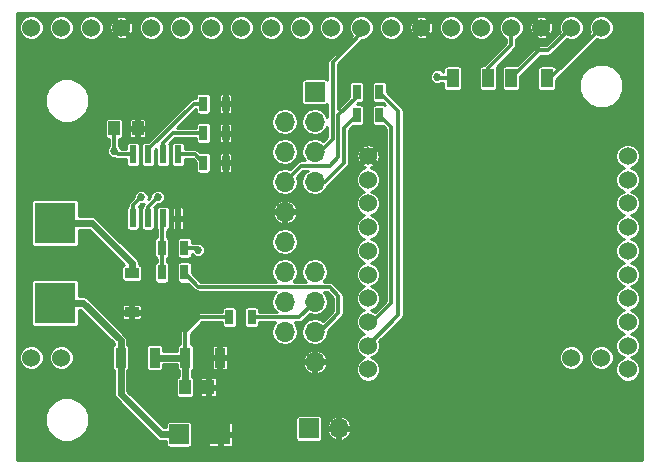
<source format=gbr>
G04 #@! TF.FileFunction,Copper,L1,Top,Signal*
%FSLAX46Y46*%
G04 Gerber Fmt 4.6, Leading zero omitted, Abs format (unit mm)*
G04 Created by KiCad (PCBNEW 4.0.0-rc1-stable) date 06/07/2017 17:27:51*
%MOMM*%
G01*
G04 APERTURE LIST*
%ADD10C,0.076200*%
%ADD11C,1.524000*%
%ADD12R,1.000000X1.250000*%
%ADD13R,1.000000X1.600000*%
%ADD14R,1.700000X1.700000*%
%ADD15O,1.700000X1.700000*%
%ADD16R,0.700000X1.300000*%
%ADD17R,0.900000X1.700000*%
%ADD18R,3.500000X3.500000*%
%ADD19R,0.600000X1.550000*%
%ADD20R,1.200000X0.900000*%
%ADD21C,0.685800*%
%ADD22C,0.304800*%
%ADD23C,0.609600*%
%ADD24C,0.254000*%
G04 APERTURE END LIST*
D10*
D11*
X137501800Y-94500000D03*
X137501800Y-92493400D03*
X137501800Y-90486800D03*
X137501800Y-88480200D03*
X137501800Y-86473600D03*
X137501800Y-84467000D03*
X137501800Y-82460400D03*
X137501800Y-80453800D03*
X137501800Y-78447200D03*
X137501800Y-76440600D03*
X159498200Y-76440600D03*
X159498200Y-78447200D03*
X159498200Y-80453800D03*
X159498200Y-82460400D03*
X159498200Y-84467000D03*
X159498200Y-86473600D03*
X159498200Y-88480200D03*
X159498200Y-90486800D03*
X159498200Y-92493400D03*
X159498200Y-94500000D03*
D12*
X122000000Y-96000000D03*
X124000000Y-96000000D03*
D13*
X149630000Y-69850000D03*
X152630000Y-69850000D03*
X147677000Y-69850000D03*
X144677000Y-69850000D03*
D14*
X133000000Y-71000000D03*
D15*
X133000000Y-73540000D03*
X130460000Y-73540000D03*
X133000000Y-76080000D03*
X130460000Y-76080000D03*
X133000000Y-78620000D03*
X130460000Y-78620000D03*
X130460000Y-81160000D03*
X130460000Y-83700000D03*
X133000000Y-86240000D03*
X130460000Y-86240000D03*
X133000000Y-88780000D03*
X130460000Y-88780000D03*
X133000000Y-91320000D03*
X130460000Y-91320000D03*
X133000000Y-93860000D03*
D16*
X136550000Y-73000000D03*
X138450000Y-73000000D03*
X121950000Y-86300000D03*
X120050000Y-86300000D03*
X123550000Y-77000000D03*
X125450000Y-77000000D03*
X123550000Y-74500000D03*
X125450000Y-74500000D03*
X123550000Y-72000000D03*
X125450000Y-72000000D03*
X138450000Y-71000000D03*
X136550000Y-71000000D03*
D17*
X116550000Y-93500000D03*
X119450000Y-93500000D03*
X122050000Y-93500000D03*
X124950000Y-93500000D03*
D14*
X132500000Y-99500000D03*
D15*
X135040000Y-99500000D03*
D18*
X111000000Y-88900000D03*
X111000000Y-82100000D03*
D19*
X117595000Y-81700000D03*
X118865000Y-81700000D03*
X120135000Y-81700000D03*
X121405000Y-81700000D03*
X121405000Y-76300000D03*
X120135000Y-76300000D03*
X118865000Y-76300000D03*
X117595000Y-76300000D03*
D14*
X121500000Y-100000000D03*
X125000000Y-100000000D03*
D20*
X117500000Y-86350000D03*
X117500000Y-89650000D03*
D11*
X109000000Y-93500000D03*
X111540000Y-93500000D03*
X154720000Y-93500000D03*
X157260000Y-93500000D03*
X157260000Y-65560000D03*
X154720000Y-65560000D03*
X152180000Y-65560000D03*
X149640000Y-65560000D03*
X147100000Y-65560000D03*
X144560000Y-65560000D03*
X142020000Y-65560000D03*
X139480000Y-65560000D03*
X136940000Y-65560000D03*
X134400000Y-65560000D03*
X131860000Y-65560000D03*
X129320000Y-65560000D03*
X126780000Y-65560000D03*
X124240000Y-65560000D03*
X121700000Y-65560000D03*
X119160000Y-65560000D03*
X116620000Y-65560000D03*
X114080000Y-65560000D03*
X111540000Y-65560000D03*
X109000000Y-65560000D03*
D16*
X121950000Y-84200000D03*
X120050000Y-84200000D03*
X125750000Y-90100000D03*
X127650000Y-90100000D03*
D12*
X116000000Y-74100000D03*
X118000000Y-74100000D03*
D21*
X123100000Y-84400000D03*
X116000000Y-76000000D03*
X143383000Y-69723000D03*
X119700000Y-79900000D03*
X118300000Y-79900000D03*
D22*
X133000000Y-88780000D02*
X133000000Y-88800000D01*
X133000000Y-88800000D02*
X131700000Y-90100000D01*
X131700000Y-90100000D02*
X127650000Y-90100000D01*
X133000000Y-88780000D02*
X132970000Y-88780000D01*
X149630000Y-69850000D02*
X149650000Y-69850000D01*
X149650000Y-69850000D02*
X152000000Y-67500000D01*
X152000000Y-67500000D02*
X152780000Y-67500000D01*
X152780000Y-67500000D02*
X154720000Y-65560000D01*
X152630000Y-69850000D02*
X153035000Y-69850000D01*
X153035000Y-69850000D02*
X153035000Y-69785000D01*
X153035000Y-69785000D02*
X157260000Y-65560000D01*
X147677000Y-69850000D02*
X147677000Y-68985000D01*
X149640000Y-67022000D02*
X149640000Y-65560000D01*
X147677000Y-68985000D02*
X149640000Y-67022000D01*
X121950000Y-84200000D02*
X122900000Y-84200000D01*
X122900000Y-84200000D02*
X123100000Y-84400000D01*
X116000000Y-74100000D02*
X116000000Y-76000000D01*
X116300000Y-76300000D02*
X116000000Y-76000000D01*
X116300000Y-76300000D02*
X117595000Y-76300000D01*
X144677000Y-69850000D02*
X143510000Y-69850000D01*
X143510000Y-69850000D02*
X143383000Y-69723000D01*
X133000000Y-76080000D02*
X133420000Y-76080000D01*
X133420000Y-76080000D02*
X134500000Y-75000000D01*
X134500000Y-75000000D02*
X134500000Y-68510000D01*
X134500000Y-68510000D02*
X136950000Y-66060000D01*
X133000000Y-78620000D02*
X133880000Y-78620000D01*
X135500000Y-74050000D02*
X136550000Y-73000000D01*
X135500000Y-77000000D02*
X135500000Y-74050000D01*
X133880000Y-78620000D02*
X135500000Y-77000000D01*
X136550000Y-71000000D02*
X136550000Y-71450000D01*
X136550000Y-71450000D02*
X135000000Y-73000000D01*
X135000000Y-73000000D02*
X135000000Y-76500000D01*
X135000000Y-76500000D02*
X134250000Y-77250000D01*
X134250000Y-77250000D02*
X131830000Y-77250000D01*
X131830000Y-77250000D02*
X130460000Y-78620000D01*
X118865000Y-80735000D02*
X118865000Y-81700000D01*
X119700000Y-79900000D02*
X118865000Y-80735000D01*
X117595000Y-80605000D02*
X117595000Y-81700000D01*
X118300000Y-79900000D02*
X117595000Y-80605000D01*
X124950000Y-87500000D02*
X123150000Y-87500000D01*
X134250000Y-87500000D02*
X124950000Y-87500000D01*
X135000000Y-88250000D02*
X134250000Y-87500000D01*
X135000000Y-89750000D02*
X135000000Y-88250000D01*
X133430000Y-91320000D02*
X135000000Y-89750000D01*
X123150000Y-87500000D02*
X121950000Y-86300000D01*
X133000000Y-91320000D02*
X133430000Y-91320000D01*
X138450000Y-71000000D02*
X140081000Y-72631000D01*
X140081000Y-89914200D02*
X137501800Y-92493400D01*
X140081000Y-72631000D02*
X140081000Y-89914200D01*
X137001800Y-92493400D02*
X137006600Y-92493400D01*
X137501800Y-90486800D02*
X137859200Y-90486800D01*
X137859200Y-90486800D02*
X139446000Y-88900000D01*
X139446000Y-88900000D02*
X139446000Y-73996000D01*
X139446000Y-73996000D02*
X138450000Y-73000000D01*
X137001800Y-90486800D02*
X137013200Y-90486800D01*
D23*
X121500000Y-100000000D02*
X120000000Y-100000000D01*
X120000000Y-100000000D02*
X116550000Y-96550000D01*
X116550000Y-96550000D02*
X116550000Y-93500000D01*
X111000000Y-88900000D02*
X113400000Y-88900000D01*
X116550000Y-92050000D02*
X116550000Y-93500000D01*
X113400000Y-88900000D02*
X116550000Y-92050000D01*
X111000000Y-88900000D02*
X111000000Y-89000000D01*
D22*
X120050000Y-86300000D02*
X120050000Y-84200000D01*
X120050000Y-84500000D02*
X120050000Y-81785000D01*
X120050000Y-81785000D02*
X120135000Y-81700000D01*
X121405000Y-76300000D02*
X122850000Y-76300000D01*
X122850000Y-76300000D02*
X123550000Y-77000000D01*
X120135000Y-76300000D02*
X120135000Y-75365000D01*
X121000000Y-74500000D02*
X123550000Y-74500000D01*
X120135000Y-75365000D02*
X121000000Y-74500000D01*
X118865000Y-76300000D02*
X118865000Y-75885000D01*
X118865000Y-75885000D02*
X122750000Y-72000000D01*
X122750000Y-72000000D02*
X123550000Y-72000000D01*
D23*
X111000000Y-82100000D02*
X114100000Y-82100000D01*
X117500000Y-85500000D02*
X117500000Y-86350000D01*
X114100000Y-82100000D02*
X117500000Y-85500000D01*
X111000000Y-82100000D02*
X112100000Y-82100000D01*
D22*
X125750000Y-90100000D02*
X123300000Y-90100000D01*
X122050000Y-91350000D02*
X122050000Y-93500000D01*
X123300000Y-90100000D02*
X122050000Y-91350000D01*
D23*
X119450000Y-93500000D02*
X122050000Y-93500000D01*
X122050000Y-93500000D02*
X122050000Y-95950000D01*
X122050000Y-95950000D02*
X122000000Y-96000000D01*
D24*
G36*
X160696400Y-102196400D02*
X107803600Y-102196400D01*
X107803600Y-99122196D01*
X110120274Y-99122196D01*
X110405793Y-99813204D01*
X110934015Y-100342349D01*
X111624524Y-100629073D01*
X112372196Y-100629726D01*
X113063204Y-100344207D01*
X113592349Y-99815985D01*
X113879073Y-99125476D01*
X113879726Y-98377804D01*
X113594207Y-97686796D01*
X113065985Y-97157651D01*
X112375476Y-96870927D01*
X111627804Y-96870274D01*
X110936796Y-97155793D01*
X110407651Y-97684015D01*
X110120927Y-98374524D01*
X110120274Y-99122196D01*
X107803600Y-99122196D01*
X107803600Y-93706238D01*
X107958420Y-93706238D01*
X108116629Y-94089135D01*
X108409324Y-94382341D01*
X108791944Y-94541219D01*
X109206238Y-94541580D01*
X109589135Y-94383371D01*
X109882341Y-94090676D01*
X110041219Y-93708056D01*
X110041220Y-93706238D01*
X110498420Y-93706238D01*
X110656629Y-94089135D01*
X110949324Y-94382341D01*
X111331944Y-94541219D01*
X111746238Y-94541580D01*
X112129135Y-94383371D01*
X112422341Y-94090676D01*
X112581219Y-93708056D01*
X112581580Y-93293762D01*
X112423371Y-92910865D01*
X112130676Y-92617659D01*
X111748056Y-92458781D01*
X111333762Y-92458420D01*
X110950865Y-92616629D01*
X110657659Y-92909324D01*
X110498781Y-93291944D01*
X110498420Y-93706238D01*
X110041220Y-93706238D01*
X110041580Y-93293762D01*
X109883371Y-92910865D01*
X109590676Y-92617659D01*
X109208056Y-92458781D01*
X108793762Y-92458420D01*
X108410865Y-92616629D01*
X108117659Y-92909324D01*
X107958781Y-93291944D01*
X107958420Y-93706238D01*
X107803600Y-93706238D01*
X107803600Y-87150000D01*
X108965127Y-87150000D01*
X108965127Y-90650000D01*
X108984609Y-90753539D01*
X109045801Y-90848634D01*
X109139168Y-90912429D01*
X109250000Y-90934873D01*
X112750000Y-90934873D01*
X112853539Y-90915391D01*
X112948634Y-90854199D01*
X113012429Y-90760832D01*
X113034873Y-90650000D01*
X113034873Y-89484200D01*
X113158016Y-89484200D01*
X115965800Y-92291984D01*
X115965800Y-92404339D01*
X115901366Y-92445801D01*
X115837571Y-92539168D01*
X115815127Y-92650000D01*
X115815127Y-94350000D01*
X115834609Y-94453539D01*
X115895801Y-94548634D01*
X115965800Y-94596462D01*
X115965800Y-96550000D01*
X116010270Y-96773564D01*
X116136908Y-96963092D01*
X119586908Y-100413092D01*
X119776437Y-100539731D01*
X120000000Y-100584200D01*
X120365127Y-100584200D01*
X120365127Y-100850000D01*
X120384609Y-100953539D01*
X120445801Y-101048634D01*
X120539168Y-101112429D01*
X120650000Y-101134873D01*
X122350000Y-101134873D01*
X122453539Y-101115391D01*
X122548634Y-101054199D01*
X122612429Y-100960832D01*
X122634873Y-100850000D01*
X122634873Y-100184150D01*
X123921400Y-100184150D01*
X123921400Y-100895472D01*
X123956203Y-100979492D01*
X124020509Y-101043798D01*
X124104529Y-101078600D01*
X124815850Y-101078600D01*
X124873000Y-101021450D01*
X124873000Y-100127000D01*
X125127000Y-100127000D01*
X125127000Y-101021450D01*
X125184150Y-101078600D01*
X125895471Y-101078600D01*
X125979491Y-101043798D01*
X126043797Y-100979492D01*
X126078600Y-100895472D01*
X126078600Y-100184150D01*
X126021450Y-100127000D01*
X125127000Y-100127000D01*
X124873000Y-100127000D01*
X123978550Y-100127000D01*
X123921400Y-100184150D01*
X122634873Y-100184150D01*
X122634873Y-99150000D01*
X122626317Y-99104528D01*
X123921400Y-99104528D01*
X123921400Y-99815850D01*
X123978550Y-99873000D01*
X124873000Y-99873000D01*
X124873000Y-98978550D01*
X125127000Y-98978550D01*
X125127000Y-99873000D01*
X126021450Y-99873000D01*
X126078600Y-99815850D01*
X126078600Y-99104528D01*
X126043797Y-99020508D01*
X125979491Y-98956202D01*
X125895471Y-98921400D01*
X125184150Y-98921400D01*
X125127000Y-98978550D01*
X124873000Y-98978550D01*
X124815850Y-98921400D01*
X124104529Y-98921400D01*
X124020509Y-98956202D01*
X123956203Y-99020508D01*
X123921400Y-99104528D01*
X122626317Y-99104528D01*
X122615391Y-99046461D01*
X122554199Y-98951366D01*
X122460832Y-98887571D01*
X122350000Y-98865127D01*
X120650000Y-98865127D01*
X120546461Y-98884609D01*
X120451366Y-98945801D01*
X120387571Y-99039168D01*
X120365127Y-99150000D01*
X120365127Y-99415800D01*
X120241984Y-99415800D01*
X119476184Y-98650000D01*
X131365127Y-98650000D01*
X131365127Y-100350000D01*
X131384609Y-100453539D01*
X131445801Y-100548634D01*
X131539168Y-100612429D01*
X131650000Y-100634873D01*
X133350000Y-100634873D01*
X133453539Y-100615391D01*
X133548634Y-100554199D01*
X133612429Y-100460832D01*
X133634873Y-100350000D01*
X133634873Y-99792995D01*
X134001944Y-99792995D01*
X134193086Y-100167939D01*
X134513163Y-100441195D01*
X134747007Y-100538043D01*
X134913000Y-100513524D01*
X134913000Y-99627000D01*
X135167000Y-99627000D01*
X135167000Y-100513524D01*
X135332993Y-100538043D01*
X135566837Y-100441195D01*
X135886914Y-100167939D01*
X136078056Y-99792995D01*
X136053960Y-99627000D01*
X135167000Y-99627000D01*
X134913000Y-99627000D01*
X134026040Y-99627000D01*
X134001944Y-99792995D01*
X133634873Y-99792995D01*
X133634873Y-99207005D01*
X134001944Y-99207005D01*
X134026040Y-99373000D01*
X134913000Y-99373000D01*
X134913000Y-98486476D01*
X135167000Y-98486476D01*
X135167000Y-99373000D01*
X136053960Y-99373000D01*
X136078056Y-99207005D01*
X135886914Y-98832061D01*
X135566837Y-98558805D01*
X135332993Y-98461957D01*
X135167000Y-98486476D01*
X134913000Y-98486476D01*
X134747007Y-98461957D01*
X134513163Y-98558805D01*
X134193086Y-98832061D01*
X134001944Y-99207005D01*
X133634873Y-99207005D01*
X133634873Y-98650000D01*
X133615391Y-98546461D01*
X133554199Y-98451366D01*
X133460832Y-98387571D01*
X133350000Y-98365127D01*
X131650000Y-98365127D01*
X131546461Y-98384609D01*
X131451366Y-98445801D01*
X131387571Y-98539168D01*
X131365127Y-98650000D01*
X119476184Y-98650000D01*
X117134200Y-96308016D01*
X117134200Y-94595661D01*
X117198634Y-94554199D01*
X117262429Y-94460832D01*
X117284873Y-94350000D01*
X117284873Y-92650000D01*
X118715127Y-92650000D01*
X118715127Y-94350000D01*
X118734609Y-94453539D01*
X118795801Y-94548634D01*
X118889168Y-94612429D01*
X119000000Y-94634873D01*
X119900000Y-94634873D01*
X120003539Y-94615391D01*
X120098634Y-94554199D01*
X120162429Y-94460832D01*
X120184873Y-94350000D01*
X120184873Y-94084200D01*
X121315127Y-94084200D01*
X121315127Y-94350000D01*
X121334609Y-94453539D01*
X121395801Y-94548634D01*
X121465800Y-94596462D01*
X121465800Y-95096562D01*
X121396461Y-95109609D01*
X121301366Y-95170801D01*
X121237571Y-95264168D01*
X121215127Y-95375000D01*
X121215127Y-96625000D01*
X121234609Y-96728539D01*
X121295801Y-96823634D01*
X121389168Y-96887429D01*
X121500000Y-96909873D01*
X122500000Y-96909873D01*
X122603539Y-96890391D01*
X122698634Y-96829199D01*
X122762429Y-96735832D01*
X122784873Y-96625000D01*
X122784873Y-96184150D01*
X123271400Y-96184150D01*
X123271400Y-96670472D01*
X123306203Y-96754492D01*
X123370509Y-96818798D01*
X123454529Y-96853600D01*
X123815850Y-96853600D01*
X123873000Y-96796450D01*
X123873000Y-96127000D01*
X124127000Y-96127000D01*
X124127000Y-96796450D01*
X124184150Y-96853600D01*
X124545471Y-96853600D01*
X124629491Y-96818798D01*
X124693797Y-96754492D01*
X124728600Y-96670472D01*
X124728600Y-96184150D01*
X124671450Y-96127000D01*
X124127000Y-96127000D01*
X123873000Y-96127000D01*
X123328550Y-96127000D01*
X123271400Y-96184150D01*
X122784873Y-96184150D01*
X122784873Y-95375000D01*
X122776317Y-95329528D01*
X123271400Y-95329528D01*
X123271400Y-95815850D01*
X123328550Y-95873000D01*
X123873000Y-95873000D01*
X123873000Y-95203550D01*
X124127000Y-95203550D01*
X124127000Y-95873000D01*
X124671450Y-95873000D01*
X124728600Y-95815850D01*
X124728600Y-95329528D01*
X124693797Y-95245508D01*
X124629491Y-95181202D01*
X124545471Y-95146400D01*
X124184150Y-95146400D01*
X124127000Y-95203550D01*
X123873000Y-95203550D01*
X123815850Y-95146400D01*
X123454529Y-95146400D01*
X123370509Y-95181202D01*
X123306203Y-95245508D01*
X123271400Y-95329528D01*
X122776317Y-95329528D01*
X122765391Y-95271461D01*
X122704199Y-95176366D01*
X122634200Y-95128538D01*
X122634200Y-94595661D01*
X122698634Y-94554199D01*
X122762429Y-94460832D01*
X122784873Y-94350000D01*
X122784873Y-93684150D01*
X124271400Y-93684150D01*
X124271400Y-94395472D01*
X124306203Y-94479492D01*
X124370509Y-94543798D01*
X124454529Y-94578600D01*
X124765850Y-94578600D01*
X124823000Y-94521450D01*
X124823000Y-93627000D01*
X125077000Y-93627000D01*
X125077000Y-94521450D01*
X125134150Y-94578600D01*
X125445471Y-94578600D01*
X125529491Y-94543798D01*
X125593797Y-94479492D01*
X125628600Y-94395472D01*
X125628600Y-94152993D01*
X131961957Y-94152993D01*
X132058805Y-94386837D01*
X132332061Y-94706914D01*
X132707005Y-94898056D01*
X132873000Y-94873960D01*
X132873000Y-93987000D01*
X133127000Y-93987000D01*
X133127000Y-94873960D01*
X133292995Y-94898056D01*
X133667939Y-94706914D01*
X133941195Y-94386837D01*
X134038043Y-94152993D01*
X134013524Y-93987000D01*
X133127000Y-93987000D01*
X132873000Y-93987000D01*
X131986476Y-93987000D01*
X131961957Y-94152993D01*
X125628600Y-94152993D01*
X125628600Y-93684150D01*
X125571450Y-93627000D01*
X125077000Y-93627000D01*
X124823000Y-93627000D01*
X124328550Y-93627000D01*
X124271400Y-93684150D01*
X122784873Y-93684150D01*
X122784873Y-93567007D01*
X131961957Y-93567007D01*
X131986476Y-93733000D01*
X132873000Y-93733000D01*
X132873000Y-92846040D01*
X133127000Y-92846040D01*
X133127000Y-93733000D01*
X134013524Y-93733000D01*
X134038043Y-93567007D01*
X133941195Y-93333163D01*
X133667939Y-93013086D01*
X133292995Y-92821944D01*
X133127000Y-92846040D01*
X132873000Y-92846040D01*
X132707005Y-92821944D01*
X132332061Y-93013086D01*
X132058805Y-93333163D01*
X131961957Y-93567007D01*
X122784873Y-93567007D01*
X122784873Y-92650000D01*
X122776317Y-92604528D01*
X124271400Y-92604528D01*
X124271400Y-93315850D01*
X124328550Y-93373000D01*
X124823000Y-93373000D01*
X124823000Y-92478550D01*
X125077000Y-92478550D01*
X125077000Y-93373000D01*
X125571450Y-93373000D01*
X125628600Y-93315850D01*
X125628600Y-92604528D01*
X125593797Y-92520508D01*
X125529491Y-92456202D01*
X125445471Y-92421400D01*
X125134150Y-92421400D01*
X125077000Y-92478550D01*
X124823000Y-92478550D01*
X124765850Y-92421400D01*
X124454529Y-92421400D01*
X124370509Y-92456202D01*
X124306203Y-92520508D01*
X124271400Y-92604528D01*
X122776317Y-92604528D01*
X122765391Y-92546461D01*
X122704199Y-92451366D01*
X122610832Y-92387571D01*
X122500000Y-92365127D01*
X122481800Y-92365127D01*
X122481800Y-91528858D01*
X123478858Y-90531800D01*
X125115127Y-90531800D01*
X125115127Y-90750000D01*
X125134609Y-90853539D01*
X125195801Y-90948634D01*
X125289168Y-91012429D01*
X125400000Y-91034873D01*
X126100000Y-91034873D01*
X126203539Y-91015391D01*
X126298634Y-90954199D01*
X126362429Y-90860832D01*
X126384873Y-90750000D01*
X126384873Y-89450000D01*
X126365391Y-89346461D01*
X126304199Y-89251366D01*
X126210832Y-89187571D01*
X126100000Y-89165127D01*
X125400000Y-89165127D01*
X125296461Y-89184609D01*
X125201366Y-89245801D01*
X125137571Y-89339168D01*
X125115127Y-89450000D01*
X125115127Y-89668200D01*
X123300000Y-89668200D01*
X123134757Y-89701069D01*
X123021118Y-89777000D01*
X122994671Y-89794671D01*
X121744671Y-91044671D01*
X121651069Y-91184757D01*
X121618200Y-91350000D01*
X121618200Y-92365127D01*
X121600000Y-92365127D01*
X121496461Y-92384609D01*
X121401366Y-92445801D01*
X121337571Y-92539168D01*
X121315127Y-92650000D01*
X121315127Y-92915800D01*
X120184873Y-92915800D01*
X120184873Y-92650000D01*
X120165391Y-92546461D01*
X120104199Y-92451366D01*
X120010832Y-92387571D01*
X119900000Y-92365127D01*
X119000000Y-92365127D01*
X118896461Y-92384609D01*
X118801366Y-92445801D01*
X118737571Y-92539168D01*
X118715127Y-92650000D01*
X117284873Y-92650000D01*
X117265391Y-92546461D01*
X117204199Y-92451366D01*
X117134200Y-92403538D01*
X117134200Y-92050005D01*
X117134201Y-92050000D01*
X117089731Y-91826437D01*
X116963092Y-91636908D01*
X115160334Y-89834150D01*
X116671400Y-89834150D01*
X116671400Y-90145471D01*
X116706202Y-90229491D01*
X116770508Y-90293797D01*
X116854528Y-90328600D01*
X117315850Y-90328600D01*
X117373000Y-90271450D01*
X117373000Y-89777000D01*
X117627000Y-89777000D01*
X117627000Y-90271450D01*
X117684150Y-90328600D01*
X118145472Y-90328600D01*
X118229492Y-90293797D01*
X118293798Y-90229491D01*
X118328600Y-90145471D01*
X118328600Y-89834150D01*
X118271450Y-89777000D01*
X117627000Y-89777000D01*
X117373000Y-89777000D01*
X116728550Y-89777000D01*
X116671400Y-89834150D01*
X115160334Y-89834150D01*
X114480713Y-89154529D01*
X116671400Y-89154529D01*
X116671400Y-89465850D01*
X116728550Y-89523000D01*
X117373000Y-89523000D01*
X117373000Y-89028550D01*
X117627000Y-89028550D01*
X117627000Y-89523000D01*
X118271450Y-89523000D01*
X118328600Y-89465850D01*
X118328600Y-89154529D01*
X118293798Y-89070509D01*
X118229492Y-89006203D01*
X118145472Y-88971400D01*
X117684150Y-88971400D01*
X117627000Y-89028550D01*
X117373000Y-89028550D01*
X117315850Y-88971400D01*
X116854528Y-88971400D01*
X116770508Y-89006203D01*
X116706202Y-89070509D01*
X116671400Y-89154529D01*
X114480713Y-89154529D01*
X113813092Y-88486908D01*
X113785093Y-88468200D01*
X113623564Y-88360270D01*
X113400000Y-88315800D01*
X113034873Y-88315800D01*
X113034873Y-87150000D01*
X113015391Y-87046461D01*
X112954199Y-86951366D01*
X112860832Y-86887571D01*
X112750000Y-86865127D01*
X109250000Y-86865127D01*
X109146461Y-86884609D01*
X109051366Y-86945801D01*
X108987571Y-87039168D01*
X108965127Y-87150000D01*
X107803600Y-87150000D01*
X107803600Y-80350000D01*
X108965127Y-80350000D01*
X108965127Y-83850000D01*
X108984609Y-83953539D01*
X109045801Y-84048634D01*
X109139168Y-84112429D01*
X109250000Y-84134873D01*
X112750000Y-84134873D01*
X112853539Y-84115391D01*
X112948634Y-84054199D01*
X113012429Y-83960832D01*
X113034873Y-83850000D01*
X113034873Y-82684200D01*
X113858016Y-82684200D01*
X116806530Y-85632714D01*
X116796461Y-85634609D01*
X116701366Y-85695801D01*
X116637571Y-85789168D01*
X116615127Y-85900000D01*
X116615127Y-86800000D01*
X116634609Y-86903539D01*
X116695801Y-86998634D01*
X116789168Y-87062429D01*
X116900000Y-87084873D01*
X118100000Y-87084873D01*
X118203539Y-87065391D01*
X118298634Y-87004199D01*
X118362429Y-86910832D01*
X118384873Y-86800000D01*
X118384873Y-85900000D01*
X118365391Y-85796461D01*
X118304199Y-85701366D01*
X118210832Y-85637571D01*
X118100000Y-85615127D01*
X118084200Y-85615127D01*
X118084200Y-85500000D01*
X118039730Y-85276436D01*
X117913092Y-85086908D01*
X116376184Y-83550000D01*
X119415127Y-83550000D01*
X119415127Y-84850000D01*
X119434609Y-84953539D01*
X119495801Y-85048634D01*
X119589168Y-85112429D01*
X119618200Y-85118308D01*
X119618200Y-85380519D01*
X119596461Y-85384609D01*
X119501366Y-85445801D01*
X119437571Y-85539168D01*
X119415127Y-85650000D01*
X119415127Y-86950000D01*
X119434609Y-87053539D01*
X119495801Y-87148634D01*
X119589168Y-87212429D01*
X119700000Y-87234873D01*
X120400000Y-87234873D01*
X120503539Y-87215391D01*
X120598634Y-87154199D01*
X120662429Y-87060832D01*
X120684873Y-86950000D01*
X120684873Y-85650000D01*
X121315127Y-85650000D01*
X121315127Y-86950000D01*
X121334609Y-87053539D01*
X121395801Y-87148634D01*
X121489168Y-87212429D01*
X121600000Y-87234873D01*
X122274215Y-87234873D01*
X122844671Y-87805329D01*
X122984757Y-87898931D01*
X123150000Y-87931800D01*
X129713490Y-87931800D01*
X129639268Y-87981394D01*
X129394444Y-88347797D01*
X129308474Y-88780000D01*
X129394444Y-89212203D01*
X129639268Y-89578606D01*
X129773354Y-89668200D01*
X128284873Y-89668200D01*
X128284873Y-89450000D01*
X128265391Y-89346461D01*
X128204199Y-89251366D01*
X128110832Y-89187571D01*
X128000000Y-89165127D01*
X127300000Y-89165127D01*
X127196461Y-89184609D01*
X127101366Y-89245801D01*
X127037571Y-89339168D01*
X127015127Y-89450000D01*
X127015127Y-90750000D01*
X127034609Y-90853539D01*
X127095801Y-90948634D01*
X127189168Y-91012429D01*
X127300000Y-91034873D01*
X128000000Y-91034873D01*
X128103539Y-91015391D01*
X128198634Y-90954199D01*
X128262429Y-90860832D01*
X128284873Y-90750000D01*
X128284873Y-90531800D01*
X129632315Y-90531800D01*
X129394444Y-90887797D01*
X129308474Y-91320000D01*
X129394444Y-91752203D01*
X129639268Y-92118606D01*
X130005671Y-92363430D01*
X130437874Y-92449400D01*
X130482126Y-92449400D01*
X130914329Y-92363430D01*
X131280732Y-92118606D01*
X131525556Y-91752203D01*
X131611526Y-91320000D01*
X131525556Y-90887797D01*
X131287685Y-90531800D01*
X131700000Y-90531800D01*
X131865243Y-90498931D01*
X132005329Y-90405329D01*
X132580333Y-89830325D01*
X132977874Y-89909400D01*
X133022126Y-89909400D01*
X133454329Y-89823430D01*
X133820732Y-89578606D01*
X134065556Y-89212203D01*
X134151526Y-88780000D01*
X134065556Y-88347797D01*
X133820732Y-87981394D01*
X133746510Y-87931800D01*
X134071142Y-87931800D01*
X134568200Y-88428858D01*
X134568200Y-89571142D01*
X133699172Y-90440170D01*
X133454329Y-90276570D01*
X133022126Y-90190600D01*
X132977874Y-90190600D01*
X132545671Y-90276570D01*
X132179268Y-90521394D01*
X131934444Y-90887797D01*
X131848474Y-91320000D01*
X131934444Y-91752203D01*
X132179268Y-92118606D01*
X132545671Y-92363430D01*
X132977874Y-92449400D01*
X133022126Y-92449400D01*
X133454329Y-92363430D01*
X133820732Y-92118606D01*
X134065556Y-91752203D01*
X134151526Y-91320000D01*
X134133132Y-91227526D01*
X135305329Y-90055329D01*
X135398931Y-89915243D01*
X135431800Y-89750000D01*
X135431800Y-88250000D01*
X135398931Y-88084757D01*
X135305329Y-87944671D01*
X134555329Y-87194671D01*
X134494758Y-87154199D01*
X134415243Y-87101069D01*
X134250000Y-87068200D01*
X133776442Y-87068200D01*
X133820732Y-87038606D01*
X134065556Y-86672203D01*
X134151526Y-86240000D01*
X134065556Y-85807797D01*
X133820732Y-85441394D01*
X133454329Y-85196570D01*
X133022126Y-85110600D01*
X132977874Y-85110600D01*
X132545671Y-85196570D01*
X132179268Y-85441394D01*
X131934444Y-85807797D01*
X131848474Y-86240000D01*
X131934444Y-86672203D01*
X132179268Y-87038606D01*
X132223558Y-87068200D01*
X131236442Y-87068200D01*
X131280732Y-87038606D01*
X131525556Y-86672203D01*
X131611526Y-86240000D01*
X131525556Y-85807797D01*
X131280732Y-85441394D01*
X130914329Y-85196570D01*
X130482126Y-85110600D01*
X130437874Y-85110600D01*
X130005671Y-85196570D01*
X129639268Y-85441394D01*
X129394444Y-85807797D01*
X129308474Y-86240000D01*
X129394444Y-86672203D01*
X129639268Y-87038606D01*
X129683558Y-87068200D01*
X123328858Y-87068200D01*
X122584873Y-86324215D01*
X122584873Y-85650000D01*
X122565391Y-85546461D01*
X122504199Y-85451366D01*
X122410832Y-85387571D01*
X122300000Y-85365127D01*
X121600000Y-85365127D01*
X121496461Y-85384609D01*
X121401366Y-85445801D01*
X121337571Y-85539168D01*
X121315127Y-85650000D01*
X120684873Y-85650000D01*
X120665391Y-85546461D01*
X120604199Y-85451366D01*
X120510832Y-85387571D01*
X120481800Y-85381692D01*
X120481800Y-85119481D01*
X120503539Y-85115391D01*
X120598634Y-85054199D01*
X120662429Y-84960832D01*
X120684873Y-84850000D01*
X120684873Y-83550000D01*
X121315127Y-83550000D01*
X121315127Y-84850000D01*
X121334609Y-84953539D01*
X121395801Y-85048634D01*
X121489168Y-85112429D01*
X121600000Y-85134873D01*
X122300000Y-85134873D01*
X122403539Y-85115391D01*
X122498634Y-85054199D01*
X122562429Y-84960832D01*
X122584873Y-84850000D01*
X122584873Y-84764807D01*
X122747035Y-84927253D01*
X122975674Y-85022192D01*
X123223240Y-85022408D01*
X123452044Y-84927868D01*
X123627253Y-84752965D01*
X123722192Y-84524326D01*
X123722408Y-84276760D01*
X123627868Y-84047956D01*
X123452965Y-83872747D01*
X123224326Y-83777808D01*
X122976760Y-83777592D01*
X122967159Y-83781559D01*
X122900000Y-83768200D01*
X122584873Y-83768200D01*
X122584873Y-83700000D01*
X129308474Y-83700000D01*
X129394444Y-84132203D01*
X129639268Y-84498606D01*
X130005671Y-84743430D01*
X130437874Y-84829400D01*
X130482126Y-84829400D01*
X130914329Y-84743430D01*
X131280732Y-84498606D01*
X131525556Y-84132203D01*
X131611526Y-83700000D01*
X131525556Y-83267797D01*
X131280732Y-82901394D01*
X130914329Y-82656570D01*
X130482126Y-82570600D01*
X130437874Y-82570600D01*
X130005671Y-82656570D01*
X129639268Y-82901394D01*
X129394444Y-83267797D01*
X129308474Y-83700000D01*
X122584873Y-83700000D01*
X122584873Y-83550000D01*
X122565391Y-83446461D01*
X122504199Y-83351366D01*
X122410832Y-83287571D01*
X122300000Y-83265127D01*
X121600000Y-83265127D01*
X121496461Y-83284609D01*
X121401366Y-83345801D01*
X121337571Y-83439168D01*
X121315127Y-83550000D01*
X120684873Y-83550000D01*
X120665391Y-83446461D01*
X120604199Y-83351366D01*
X120510832Y-83287571D01*
X120481800Y-83281692D01*
X120481800Y-82751067D01*
X120538539Y-82740391D01*
X120633634Y-82679199D01*
X120697429Y-82585832D01*
X120719873Y-82475000D01*
X120719873Y-81884150D01*
X120876400Y-81884150D01*
X120876400Y-82520471D01*
X120911202Y-82604491D01*
X120975508Y-82668797D01*
X121059528Y-82703600D01*
X121220850Y-82703600D01*
X121278000Y-82646450D01*
X121278000Y-81827000D01*
X121532000Y-81827000D01*
X121532000Y-82646450D01*
X121589150Y-82703600D01*
X121750472Y-82703600D01*
X121834492Y-82668797D01*
X121898798Y-82604491D01*
X121933600Y-82520471D01*
X121933600Y-81884150D01*
X121876450Y-81827000D01*
X121532000Y-81827000D01*
X121278000Y-81827000D01*
X120933550Y-81827000D01*
X120876400Y-81884150D01*
X120719873Y-81884150D01*
X120719873Y-80925000D01*
X120711318Y-80879529D01*
X120876400Y-80879529D01*
X120876400Y-81515850D01*
X120933550Y-81573000D01*
X121278000Y-81573000D01*
X121278000Y-80753550D01*
X121532000Y-80753550D01*
X121532000Y-81573000D01*
X121876450Y-81573000D01*
X121933600Y-81515850D01*
X121933600Y-81452993D01*
X129421957Y-81452993D01*
X129518805Y-81686837D01*
X129792061Y-82006914D01*
X130167005Y-82198056D01*
X130333000Y-82173960D01*
X130333000Y-81287000D01*
X130587000Y-81287000D01*
X130587000Y-82173960D01*
X130752995Y-82198056D01*
X131127939Y-82006914D01*
X131401195Y-81686837D01*
X131498043Y-81452993D01*
X131473524Y-81287000D01*
X130587000Y-81287000D01*
X130333000Y-81287000D01*
X129446476Y-81287000D01*
X129421957Y-81452993D01*
X121933600Y-81452993D01*
X121933600Y-80879529D01*
X121928414Y-80867007D01*
X129421957Y-80867007D01*
X129446476Y-81033000D01*
X130333000Y-81033000D01*
X130333000Y-80146040D01*
X130587000Y-80146040D01*
X130587000Y-81033000D01*
X131473524Y-81033000D01*
X131498043Y-80867007D01*
X131401195Y-80633163D01*
X131127939Y-80313086D01*
X130752995Y-80121944D01*
X130587000Y-80146040D01*
X130333000Y-80146040D01*
X130167005Y-80121944D01*
X129792061Y-80313086D01*
X129518805Y-80633163D01*
X129421957Y-80867007D01*
X121928414Y-80867007D01*
X121898798Y-80795509D01*
X121834492Y-80731203D01*
X121750472Y-80696400D01*
X121589150Y-80696400D01*
X121532000Y-80753550D01*
X121278000Y-80753550D01*
X121220850Y-80696400D01*
X121059528Y-80696400D01*
X120975508Y-80731203D01*
X120911202Y-80795509D01*
X120876400Y-80879529D01*
X120711318Y-80879529D01*
X120700391Y-80821461D01*
X120639199Y-80726366D01*
X120545832Y-80662571D01*
X120435000Y-80640127D01*
X119835000Y-80640127D01*
X119731461Y-80659609D01*
X119636366Y-80720801D01*
X119572571Y-80814168D01*
X119550127Y-80925000D01*
X119550127Y-82475000D01*
X119569609Y-82578539D01*
X119618200Y-82654052D01*
X119618200Y-83280519D01*
X119596461Y-83284609D01*
X119501366Y-83345801D01*
X119437571Y-83439168D01*
X119415127Y-83550000D01*
X116376184Y-83550000D01*
X114513092Y-81686908D01*
X114412594Y-81619758D01*
X114323564Y-81560270D01*
X114100000Y-81515800D01*
X113034873Y-81515800D01*
X113034873Y-80925000D01*
X117010127Y-80925000D01*
X117010127Y-82475000D01*
X117029609Y-82578539D01*
X117090801Y-82673634D01*
X117184168Y-82737429D01*
X117295000Y-82759873D01*
X117895000Y-82759873D01*
X117998539Y-82740391D01*
X118093634Y-82679199D01*
X118157429Y-82585832D01*
X118179873Y-82475000D01*
X118179873Y-80925000D01*
X118160391Y-80821461D01*
X118099199Y-80726366D01*
X118090343Y-80720315D01*
X118288367Y-80522290D01*
X118423240Y-80522408D01*
X118526106Y-80479904D01*
X118466069Y-80569757D01*
X118446249Y-80669398D01*
X118366366Y-80720801D01*
X118302571Y-80814168D01*
X118280127Y-80925000D01*
X118280127Y-82475000D01*
X118299609Y-82578539D01*
X118360801Y-82673634D01*
X118454168Y-82737429D01*
X118565000Y-82759873D01*
X119165000Y-82759873D01*
X119268539Y-82740391D01*
X119363634Y-82679199D01*
X119427429Y-82585832D01*
X119449873Y-82475000D01*
X119449873Y-80925000D01*
X119430391Y-80821461D01*
X119414262Y-80796396D01*
X119688367Y-80522290D01*
X119823240Y-80522408D01*
X120052044Y-80427868D01*
X120227253Y-80252965D01*
X120322192Y-80024326D01*
X120322408Y-79776760D01*
X120227868Y-79547956D01*
X120052965Y-79372747D01*
X119824326Y-79277808D01*
X119576760Y-79277592D01*
X119347956Y-79372132D01*
X119172747Y-79547035D01*
X119077808Y-79775674D01*
X119077689Y-79911653D01*
X118891783Y-80097560D01*
X118922192Y-80024326D01*
X118922408Y-79776760D01*
X118827868Y-79547956D01*
X118652965Y-79372747D01*
X118424326Y-79277808D01*
X118176760Y-79277592D01*
X117947956Y-79372132D01*
X117772747Y-79547035D01*
X117677808Y-79775674D01*
X117677689Y-79911653D01*
X117289671Y-80299671D01*
X117196069Y-80439757D01*
X117163200Y-80605000D01*
X117163200Y-80677794D01*
X117096366Y-80720801D01*
X117032571Y-80814168D01*
X117010127Y-80925000D01*
X113034873Y-80925000D01*
X113034873Y-80350000D01*
X113015391Y-80246461D01*
X112954199Y-80151366D01*
X112860832Y-80087571D01*
X112750000Y-80065127D01*
X109250000Y-80065127D01*
X109146461Y-80084609D01*
X109051366Y-80145801D01*
X108987571Y-80239168D01*
X108965127Y-80350000D01*
X107803600Y-80350000D01*
X107803600Y-78620000D01*
X129308474Y-78620000D01*
X129394444Y-79052203D01*
X129639268Y-79418606D01*
X130005671Y-79663430D01*
X130437874Y-79749400D01*
X130482126Y-79749400D01*
X130914329Y-79663430D01*
X131280732Y-79418606D01*
X131525556Y-79052203D01*
X131611526Y-78620000D01*
X131525556Y-78187797D01*
X131516465Y-78174192D01*
X132008857Y-77681800D01*
X132388184Y-77681800D01*
X132179268Y-77821394D01*
X131934444Y-78187797D01*
X131848474Y-78620000D01*
X131934444Y-79052203D01*
X132179268Y-79418606D01*
X132545671Y-79663430D01*
X132977874Y-79749400D01*
X133022126Y-79749400D01*
X133454329Y-79663430D01*
X133820732Y-79418606D01*
X134065556Y-79052203D01*
X134076302Y-78998178D01*
X134185329Y-78925329D01*
X134457220Y-78653438D01*
X136460220Y-78653438D01*
X136618429Y-79036335D01*
X136911124Y-79329541D01*
X137202670Y-79450602D01*
X136912665Y-79570429D01*
X136619459Y-79863124D01*
X136460581Y-80245744D01*
X136460220Y-80660038D01*
X136618429Y-81042935D01*
X136911124Y-81336141D01*
X137202670Y-81457202D01*
X136912665Y-81577029D01*
X136619459Y-81869724D01*
X136460581Y-82252344D01*
X136460220Y-82666638D01*
X136618429Y-83049535D01*
X136911124Y-83342741D01*
X137202670Y-83463802D01*
X136912665Y-83583629D01*
X136619459Y-83876324D01*
X136460581Y-84258944D01*
X136460220Y-84673238D01*
X136618429Y-85056135D01*
X136911124Y-85349341D01*
X137202670Y-85470402D01*
X136912665Y-85590229D01*
X136619459Y-85882924D01*
X136460581Y-86265544D01*
X136460220Y-86679838D01*
X136618429Y-87062735D01*
X136911124Y-87355941D01*
X137202670Y-87477002D01*
X136912665Y-87596829D01*
X136619459Y-87889524D01*
X136460581Y-88272144D01*
X136460220Y-88686438D01*
X136618429Y-89069335D01*
X136911124Y-89362541D01*
X137202670Y-89483602D01*
X136912665Y-89603429D01*
X136619459Y-89896124D01*
X136460581Y-90278744D01*
X136460220Y-90693038D01*
X136618429Y-91075935D01*
X136911124Y-91369141D01*
X137202670Y-91490202D01*
X136912665Y-91610029D01*
X136619459Y-91902724D01*
X136460581Y-92285344D01*
X136460220Y-92699638D01*
X136618429Y-93082535D01*
X136911124Y-93375741D01*
X137202670Y-93496802D01*
X136912665Y-93616629D01*
X136619459Y-93909324D01*
X136460581Y-94291944D01*
X136460220Y-94706238D01*
X136618429Y-95089135D01*
X136911124Y-95382341D01*
X137293744Y-95541219D01*
X137708038Y-95541580D01*
X138090935Y-95383371D01*
X138384141Y-95090676D01*
X138543019Y-94708056D01*
X138543380Y-94293762D01*
X138385171Y-93910865D01*
X138180901Y-93706238D01*
X153678420Y-93706238D01*
X153836629Y-94089135D01*
X154129324Y-94382341D01*
X154511944Y-94541219D01*
X154926238Y-94541580D01*
X155309135Y-94383371D01*
X155602341Y-94090676D01*
X155761219Y-93708056D01*
X155761220Y-93706238D01*
X156218420Y-93706238D01*
X156376629Y-94089135D01*
X156669324Y-94382341D01*
X157051944Y-94541219D01*
X157466238Y-94541580D01*
X157849135Y-94383371D01*
X158142341Y-94090676D01*
X158301219Y-93708056D01*
X158301580Y-93293762D01*
X158143371Y-92910865D01*
X157850676Y-92617659D01*
X157468056Y-92458781D01*
X157053762Y-92458420D01*
X156670865Y-92616629D01*
X156377659Y-92909324D01*
X156218781Y-93291944D01*
X156218420Y-93706238D01*
X155761220Y-93706238D01*
X155761580Y-93293762D01*
X155603371Y-92910865D01*
X155310676Y-92617659D01*
X154928056Y-92458781D01*
X154513762Y-92458420D01*
X154130865Y-92616629D01*
X153837659Y-92909324D01*
X153678781Y-93291944D01*
X153678420Y-93706238D01*
X138180901Y-93706238D01*
X138092476Y-93617659D01*
X137800930Y-93496598D01*
X138090935Y-93376771D01*
X138384141Y-93084076D01*
X138543019Y-92701456D01*
X138543380Y-92287162D01*
X138477687Y-92128171D01*
X140386326Y-90219531D01*
X140386329Y-90219529D01*
X140448872Y-90125926D01*
X140479932Y-90079442D01*
X140512801Y-89914200D01*
X140512800Y-89914195D01*
X140512800Y-76646838D01*
X158456620Y-76646838D01*
X158614829Y-77029735D01*
X158907524Y-77322941D01*
X159199070Y-77444002D01*
X158909065Y-77563829D01*
X158615859Y-77856524D01*
X158456981Y-78239144D01*
X158456620Y-78653438D01*
X158614829Y-79036335D01*
X158907524Y-79329541D01*
X159199070Y-79450602D01*
X158909065Y-79570429D01*
X158615859Y-79863124D01*
X158456981Y-80245744D01*
X158456620Y-80660038D01*
X158614829Y-81042935D01*
X158907524Y-81336141D01*
X159199070Y-81457202D01*
X158909065Y-81577029D01*
X158615859Y-81869724D01*
X158456981Y-82252344D01*
X158456620Y-82666638D01*
X158614829Y-83049535D01*
X158907524Y-83342741D01*
X159199070Y-83463802D01*
X158909065Y-83583629D01*
X158615859Y-83876324D01*
X158456981Y-84258944D01*
X158456620Y-84673238D01*
X158614829Y-85056135D01*
X158907524Y-85349341D01*
X159199070Y-85470402D01*
X158909065Y-85590229D01*
X158615859Y-85882924D01*
X158456981Y-86265544D01*
X158456620Y-86679838D01*
X158614829Y-87062735D01*
X158907524Y-87355941D01*
X159199070Y-87477002D01*
X158909065Y-87596829D01*
X158615859Y-87889524D01*
X158456981Y-88272144D01*
X158456620Y-88686438D01*
X158614829Y-89069335D01*
X158907524Y-89362541D01*
X159199070Y-89483602D01*
X158909065Y-89603429D01*
X158615859Y-89896124D01*
X158456981Y-90278744D01*
X158456620Y-90693038D01*
X158614829Y-91075935D01*
X158907524Y-91369141D01*
X159199070Y-91490202D01*
X158909065Y-91610029D01*
X158615859Y-91902724D01*
X158456981Y-92285344D01*
X158456620Y-92699638D01*
X158614829Y-93082535D01*
X158907524Y-93375741D01*
X159199070Y-93496802D01*
X158909065Y-93616629D01*
X158615859Y-93909324D01*
X158456981Y-94291944D01*
X158456620Y-94706238D01*
X158614829Y-95089135D01*
X158907524Y-95382341D01*
X159290144Y-95541219D01*
X159704438Y-95541580D01*
X160087335Y-95383371D01*
X160380541Y-95090676D01*
X160539419Y-94708056D01*
X160539780Y-94293762D01*
X160381571Y-93910865D01*
X160088876Y-93617659D01*
X159797330Y-93496598D01*
X160087335Y-93376771D01*
X160380541Y-93084076D01*
X160539419Y-92701456D01*
X160539780Y-92287162D01*
X160381571Y-91904265D01*
X160088876Y-91611059D01*
X159797330Y-91489998D01*
X160087335Y-91370171D01*
X160380541Y-91077476D01*
X160539419Y-90694856D01*
X160539780Y-90280562D01*
X160381571Y-89897665D01*
X160088876Y-89604459D01*
X159797330Y-89483398D01*
X160087335Y-89363571D01*
X160380541Y-89070876D01*
X160539419Y-88688256D01*
X160539780Y-88273962D01*
X160381571Y-87891065D01*
X160088876Y-87597859D01*
X159797330Y-87476798D01*
X160087335Y-87356971D01*
X160380541Y-87064276D01*
X160539419Y-86681656D01*
X160539780Y-86267362D01*
X160381571Y-85884465D01*
X160088876Y-85591259D01*
X159797330Y-85470198D01*
X160087335Y-85350371D01*
X160380541Y-85057676D01*
X160539419Y-84675056D01*
X160539780Y-84260762D01*
X160381571Y-83877865D01*
X160088876Y-83584659D01*
X159797330Y-83463598D01*
X160087335Y-83343771D01*
X160380541Y-83051076D01*
X160539419Y-82668456D01*
X160539780Y-82254162D01*
X160381571Y-81871265D01*
X160088876Y-81578059D01*
X159797330Y-81456998D01*
X160087335Y-81337171D01*
X160380541Y-81044476D01*
X160539419Y-80661856D01*
X160539780Y-80247562D01*
X160381571Y-79864665D01*
X160088876Y-79571459D01*
X159797330Y-79450398D01*
X160087335Y-79330571D01*
X160380541Y-79037876D01*
X160539419Y-78655256D01*
X160539780Y-78240962D01*
X160381571Y-77858065D01*
X160088876Y-77564859D01*
X159797330Y-77443798D01*
X160087335Y-77323971D01*
X160380541Y-77031276D01*
X160539419Y-76648656D01*
X160539780Y-76234362D01*
X160381571Y-75851465D01*
X160088876Y-75558259D01*
X159706256Y-75399381D01*
X159291962Y-75399020D01*
X158909065Y-75557229D01*
X158615859Y-75849924D01*
X158456981Y-76232544D01*
X158456620Y-76646838D01*
X140512800Y-76646838D01*
X140512800Y-72631000D01*
X140479931Y-72465757D01*
X140386329Y-72325671D01*
X140386326Y-72325669D01*
X139084873Y-71024215D01*
X139084873Y-70350000D01*
X139065391Y-70246461D01*
X139004199Y-70151366D01*
X138910832Y-70087571D01*
X138800000Y-70065127D01*
X138100000Y-70065127D01*
X137996461Y-70084609D01*
X137901366Y-70145801D01*
X137837571Y-70239168D01*
X137815127Y-70350000D01*
X137815127Y-71650000D01*
X137834609Y-71753539D01*
X137895801Y-71848634D01*
X137989168Y-71912429D01*
X138100000Y-71934873D01*
X138774215Y-71934873D01*
X138961606Y-72122263D01*
X138910832Y-72087571D01*
X138800000Y-72065127D01*
X138100000Y-72065127D01*
X137996461Y-72084609D01*
X137901366Y-72145801D01*
X137837571Y-72239168D01*
X137815127Y-72350000D01*
X137815127Y-73650000D01*
X137834609Y-73753539D01*
X137895801Y-73848634D01*
X137989168Y-73912429D01*
X138100000Y-73934873D01*
X138774215Y-73934873D01*
X139014200Y-74174858D01*
X139014200Y-88721142D01*
X138111663Y-89623679D01*
X138092476Y-89604459D01*
X137800930Y-89483398D01*
X138090935Y-89363571D01*
X138384141Y-89070876D01*
X138543019Y-88688256D01*
X138543380Y-88273962D01*
X138385171Y-87891065D01*
X138092476Y-87597859D01*
X137800930Y-87476798D01*
X138090935Y-87356971D01*
X138384141Y-87064276D01*
X138543019Y-86681656D01*
X138543380Y-86267362D01*
X138385171Y-85884465D01*
X138092476Y-85591259D01*
X137800930Y-85470198D01*
X138090935Y-85350371D01*
X138384141Y-85057676D01*
X138543019Y-84675056D01*
X138543380Y-84260762D01*
X138385171Y-83877865D01*
X138092476Y-83584659D01*
X137800930Y-83463598D01*
X138090935Y-83343771D01*
X138384141Y-83051076D01*
X138543019Y-82668456D01*
X138543380Y-82254162D01*
X138385171Y-81871265D01*
X138092476Y-81578059D01*
X137800930Y-81456998D01*
X138090935Y-81337171D01*
X138384141Y-81044476D01*
X138543019Y-80661856D01*
X138543380Y-80247562D01*
X138385171Y-79864665D01*
X138092476Y-79571459D01*
X137800930Y-79450398D01*
X138090935Y-79330571D01*
X138384141Y-79037876D01*
X138543019Y-78655256D01*
X138543380Y-78240962D01*
X138385171Y-77858065D01*
X138092476Y-77564859D01*
X137731474Y-77414958D01*
X137783982Y-77410388D01*
X137988011Y-77325876D01*
X138079758Y-77198163D01*
X137501800Y-76620205D01*
X136923842Y-77198163D01*
X137015589Y-77325876D01*
X137283664Y-77410536D01*
X136912665Y-77563829D01*
X136619459Y-77856524D01*
X136460581Y-78239144D01*
X136460220Y-78653438D01*
X134457220Y-78653438D01*
X135805329Y-77305329D01*
X135869426Y-77209400D01*
X135898931Y-77165243D01*
X135931800Y-77000000D01*
X135931800Y-76330180D01*
X136497846Y-76330180D01*
X136532012Y-76722782D01*
X136616524Y-76926811D01*
X136744237Y-77018558D01*
X137322195Y-76440600D01*
X137681405Y-76440600D01*
X138259363Y-77018558D01*
X138387076Y-76926811D01*
X138505754Y-76551020D01*
X138471588Y-76158418D01*
X138387076Y-75954389D01*
X138259363Y-75862642D01*
X137681405Y-76440600D01*
X137322195Y-76440600D01*
X136744237Y-75862642D01*
X136616524Y-75954389D01*
X136497846Y-76330180D01*
X135931800Y-76330180D01*
X135931800Y-75683037D01*
X136923842Y-75683037D01*
X137501800Y-76260995D01*
X138079758Y-75683037D01*
X137988011Y-75555324D01*
X137612220Y-75436646D01*
X137219618Y-75470812D01*
X137015589Y-75555324D01*
X136923842Y-75683037D01*
X135931800Y-75683037D01*
X135931800Y-74228858D01*
X136225785Y-73934873D01*
X136900000Y-73934873D01*
X137003539Y-73915391D01*
X137098634Y-73854199D01*
X137162429Y-73760832D01*
X137184873Y-73650000D01*
X137184873Y-72350000D01*
X137165391Y-72246461D01*
X137104199Y-72151366D01*
X137010832Y-72087571D01*
X136900000Y-72065127D01*
X136545531Y-72065127D01*
X136675785Y-71934873D01*
X136900000Y-71934873D01*
X137003539Y-71915391D01*
X137098634Y-71854199D01*
X137162429Y-71760832D01*
X137184873Y-71650000D01*
X137184873Y-70350000D01*
X137165391Y-70246461D01*
X137104199Y-70151366D01*
X137010832Y-70087571D01*
X136900000Y-70065127D01*
X136200000Y-70065127D01*
X136096461Y-70084609D01*
X136001366Y-70145801D01*
X135937571Y-70239168D01*
X135915127Y-70350000D01*
X135915127Y-71474215D01*
X134931800Y-72457542D01*
X134931800Y-69846240D01*
X142760592Y-69846240D01*
X142855132Y-70075044D01*
X143030035Y-70250253D01*
X143258674Y-70345192D01*
X143506240Y-70345408D01*
X143660183Y-70281800D01*
X143892127Y-70281800D01*
X143892127Y-70650000D01*
X143911609Y-70753539D01*
X143972801Y-70848634D01*
X144066168Y-70912429D01*
X144177000Y-70934873D01*
X145177000Y-70934873D01*
X145280539Y-70915391D01*
X145375634Y-70854199D01*
X145439429Y-70760832D01*
X145461873Y-70650000D01*
X145461873Y-69050000D01*
X146892127Y-69050000D01*
X146892127Y-70650000D01*
X146911609Y-70753539D01*
X146972801Y-70848634D01*
X147066168Y-70912429D01*
X147177000Y-70934873D01*
X148177000Y-70934873D01*
X148280539Y-70915391D01*
X148375634Y-70854199D01*
X148439429Y-70760832D01*
X148461873Y-70650000D01*
X148461873Y-69050000D01*
X148845127Y-69050000D01*
X148845127Y-70650000D01*
X148864609Y-70753539D01*
X148925801Y-70848634D01*
X149019168Y-70912429D01*
X149130000Y-70934873D01*
X150130000Y-70934873D01*
X150233539Y-70915391D01*
X150328634Y-70854199D01*
X150392429Y-70760832D01*
X150414873Y-70650000D01*
X150414873Y-69695785D01*
X151060658Y-69050000D01*
X151845127Y-69050000D01*
X151845127Y-70650000D01*
X151864609Y-70753539D01*
X151925801Y-70848634D01*
X152019168Y-70912429D01*
X152130000Y-70934873D01*
X153130000Y-70934873D01*
X153233539Y-70915391D01*
X153300665Y-70872196D01*
X155370274Y-70872196D01*
X155655793Y-71563204D01*
X156184015Y-72092349D01*
X156874524Y-72379073D01*
X157622196Y-72379726D01*
X158313204Y-72094207D01*
X158842349Y-71565985D01*
X159129073Y-70875476D01*
X159129726Y-70127804D01*
X158844207Y-69436796D01*
X158315985Y-68907651D01*
X157625476Y-68620927D01*
X156877804Y-68620274D01*
X156186796Y-68905793D01*
X155657651Y-69434015D01*
X155370927Y-70124524D01*
X155370274Y-70872196D01*
X153300665Y-70872196D01*
X153328634Y-70854199D01*
X153392429Y-70760832D01*
X153414873Y-70650000D01*
X153414873Y-70043765D01*
X153433931Y-70015243D01*
X153438529Y-69992129D01*
X156894722Y-66535935D01*
X157051944Y-66601219D01*
X157466238Y-66601580D01*
X157849135Y-66443371D01*
X158142341Y-66150676D01*
X158301219Y-65768056D01*
X158301580Y-65353762D01*
X158143371Y-64970865D01*
X157850676Y-64677659D01*
X157468056Y-64518781D01*
X157053762Y-64518420D01*
X156670865Y-64676629D01*
X156377659Y-64969324D01*
X156218781Y-65351944D01*
X156218420Y-65766238D01*
X156284114Y-65925229D01*
X153343509Y-68865834D01*
X153334199Y-68851366D01*
X153240832Y-68787571D01*
X153130000Y-68765127D01*
X152130000Y-68765127D01*
X152026461Y-68784609D01*
X151931366Y-68845801D01*
X151867571Y-68939168D01*
X151845127Y-69050000D01*
X151060658Y-69050000D01*
X152178858Y-67931800D01*
X152780000Y-67931800D01*
X152945243Y-67898931D01*
X153085329Y-67805329D01*
X154354723Y-66535935D01*
X154511944Y-66601219D01*
X154926238Y-66601580D01*
X155309135Y-66443371D01*
X155602341Y-66150676D01*
X155761219Y-65768056D01*
X155761580Y-65353762D01*
X155603371Y-64970865D01*
X155310676Y-64677659D01*
X154928056Y-64518781D01*
X154513762Y-64518420D01*
X154130865Y-64676629D01*
X153837659Y-64969324D01*
X153678781Y-65351944D01*
X153678420Y-65766238D01*
X153744113Y-65925229D01*
X152601142Y-67068200D01*
X152000005Y-67068200D01*
X152000000Y-67068199D01*
X151862173Y-67095615D01*
X151834757Y-67101069D01*
X151705788Y-67187243D01*
X151694671Y-67194671D01*
X150124215Y-68765127D01*
X149130000Y-68765127D01*
X149026461Y-68784609D01*
X148931366Y-68845801D01*
X148867571Y-68939168D01*
X148845127Y-69050000D01*
X148461873Y-69050000D01*
X148442391Y-68946461D01*
X148396897Y-68875761D01*
X149945329Y-67327329D01*
X150038931Y-67187243D01*
X150071800Y-67022000D01*
X150071800Y-66508380D01*
X150229135Y-66443371D01*
X150355162Y-66317563D01*
X151602042Y-66317563D01*
X151693789Y-66445276D01*
X152069580Y-66563954D01*
X152462182Y-66529788D01*
X152666211Y-66445276D01*
X152757958Y-66317563D01*
X152180000Y-65739605D01*
X151602042Y-66317563D01*
X150355162Y-66317563D01*
X150522341Y-66150676D01*
X150681219Y-65768056D01*
X150681496Y-65449580D01*
X151176046Y-65449580D01*
X151210212Y-65842182D01*
X151294724Y-66046211D01*
X151422437Y-66137958D01*
X152000395Y-65560000D01*
X152359605Y-65560000D01*
X152937563Y-66137958D01*
X153065276Y-66046211D01*
X153183954Y-65670420D01*
X153149788Y-65277818D01*
X153065276Y-65073789D01*
X152937563Y-64982042D01*
X152359605Y-65560000D01*
X152000395Y-65560000D01*
X151422437Y-64982042D01*
X151294724Y-65073789D01*
X151176046Y-65449580D01*
X150681496Y-65449580D01*
X150681580Y-65353762D01*
X150523371Y-64970865D01*
X150355237Y-64802437D01*
X151602042Y-64802437D01*
X152180000Y-65380395D01*
X152757958Y-64802437D01*
X152666211Y-64674724D01*
X152290420Y-64556046D01*
X151897818Y-64590212D01*
X151693789Y-64674724D01*
X151602042Y-64802437D01*
X150355237Y-64802437D01*
X150230676Y-64677659D01*
X149848056Y-64518781D01*
X149433762Y-64518420D01*
X149050865Y-64676629D01*
X148757659Y-64969324D01*
X148598781Y-65351944D01*
X148598420Y-65766238D01*
X148756629Y-66149135D01*
X149049324Y-66442341D01*
X149208200Y-66508312D01*
X149208200Y-66843142D01*
X147371671Y-68679671D01*
X147314571Y-68765127D01*
X147177000Y-68765127D01*
X147073461Y-68784609D01*
X146978366Y-68845801D01*
X146914571Y-68939168D01*
X146892127Y-69050000D01*
X145461873Y-69050000D01*
X145442391Y-68946461D01*
X145381199Y-68851366D01*
X145287832Y-68787571D01*
X145177000Y-68765127D01*
X144177000Y-68765127D01*
X144073461Y-68784609D01*
X143978366Y-68845801D01*
X143914571Y-68939168D01*
X143892127Y-69050000D01*
X143892127Y-69352182D01*
X143735965Y-69195747D01*
X143507326Y-69100808D01*
X143259760Y-69100592D01*
X143030956Y-69195132D01*
X142855747Y-69370035D01*
X142760808Y-69598674D01*
X142760592Y-69846240D01*
X134931800Y-69846240D01*
X134931800Y-68688858D01*
X137019189Y-66601469D01*
X137146238Y-66601580D01*
X137529135Y-66443371D01*
X137822341Y-66150676D01*
X137981219Y-65768056D01*
X137981220Y-65766238D01*
X138438420Y-65766238D01*
X138596629Y-66149135D01*
X138889324Y-66442341D01*
X139271944Y-66601219D01*
X139686238Y-66601580D01*
X140069135Y-66443371D01*
X140195162Y-66317563D01*
X141442042Y-66317563D01*
X141533789Y-66445276D01*
X141909580Y-66563954D01*
X142302182Y-66529788D01*
X142506211Y-66445276D01*
X142597958Y-66317563D01*
X142020000Y-65739605D01*
X141442042Y-66317563D01*
X140195162Y-66317563D01*
X140362341Y-66150676D01*
X140521219Y-65768056D01*
X140521496Y-65449580D01*
X141016046Y-65449580D01*
X141050212Y-65842182D01*
X141134724Y-66046211D01*
X141262437Y-66137958D01*
X141840395Y-65560000D01*
X142199605Y-65560000D01*
X142777563Y-66137958D01*
X142905276Y-66046211D01*
X142993693Y-65766238D01*
X143518420Y-65766238D01*
X143676629Y-66149135D01*
X143969324Y-66442341D01*
X144351944Y-66601219D01*
X144766238Y-66601580D01*
X145149135Y-66443371D01*
X145442341Y-66150676D01*
X145601219Y-65768056D01*
X145601220Y-65766238D01*
X146058420Y-65766238D01*
X146216629Y-66149135D01*
X146509324Y-66442341D01*
X146891944Y-66601219D01*
X147306238Y-66601580D01*
X147689135Y-66443371D01*
X147982341Y-66150676D01*
X148141219Y-65768056D01*
X148141580Y-65353762D01*
X147983371Y-64970865D01*
X147690676Y-64677659D01*
X147308056Y-64518781D01*
X146893762Y-64518420D01*
X146510865Y-64676629D01*
X146217659Y-64969324D01*
X146058781Y-65351944D01*
X146058420Y-65766238D01*
X145601220Y-65766238D01*
X145601580Y-65353762D01*
X145443371Y-64970865D01*
X145150676Y-64677659D01*
X144768056Y-64518781D01*
X144353762Y-64518420D01*
X143970865Y-64676629D01*
X143677659Y-64969324D01*
X143518781Y-65351944D01*
X143518420Y-65766238D01*
X142993693Y-65766238D01*
X143023954Y-65670420D01*
X142989788Y-65277818D01*
X142905276Y-65073789D01*
X142777563Y-64982042D01*
X142199605Y-65560000D01*
X141840395Y-65560000D01*
X141262437Y-64982042D01*
X141134724Y-65073789D01*
X141016046Y-65449580D01*
X140521496Y-65449580D01*
X140521580Y-65353762D01*
X140363371Y-64970865D01*
X140195237Y-64802437D01*
X141442042Y-64802437D01*
X142020000Y-65380395D01*
X142597958Y-64802437D01*
X142506211Y-64674724D01*
X142130420Y-64556046D01*
X141737818Y-64590212D01*
X141533789Y-64674724D01*
X141442042Y-64802437D01*
X140195237Y-64802437D01*
X140070676Y-64677659D01*
X139688056Y-64518781D01*
X139273762Y-64518420D01*
X138890865Y-64676629D01*
X138597659Y-64969324D01*
X138438781Y-65351944D01*
X138438420Y-65766238D01*
X137981220Y-65766238D01*
X137981580Y-65353762D01*
X137823371Y-64970865D01*
X137530676Y-64677659D01*
X137148056Y-64518781D01*
X136733762Y-64518420D01*
X136350865Y-64676629D01*
X136057659Y-64969324D01*
X135898781Y-65351944D01*
X135898420Y-65766238D01*
X136056629Y-66149135D01*
X136153334Y-66246008D01*
X134194671Y-68204671D01*
X134101069Y-68344757D01*
X134068200Y-68510000D01*
X134068200Y-69973124D01*
X134054199Y-69951366D01*
X133960832Y-69887571D01*
X133850000Y-69865127D01*
X132150000Y-69865127D01*
X132046461Y-69884609D01*
X131951366Y-69945801D01*
X131887571Y-70039168D01*
X131865127Y-70150000D01*
X131865127Y-71850000D01*
X131884609Y-71953539D01*
X131945801Y-72048634D01*
X132039168Y-72112429D01*
X132150000Y-72134873D01*
X133850000Y-72134873D01*
X133953539Y-72115391D01*
X134048634Y-72054199D01*
X134068200Y-72025563D01*
X134068200Y-73121089D01*
X134065556Y-73107797D01*
X133820732Y-72741394D01*
X133454329Y-72496570D01*
X133022126Y-72410600D01*
X132977874Y-72410600D01*
X132545671Y-72496570D01*
X132179268Y-72741394D01*
X131934444Y-73107797D01*
X131848474Y-73540000D01*
X131934444Y-73972203D01*
X132179268Y-74338606D01*
X132545671Y-74583430D01*
X132977874Y-74669400D01*
X133022126Y-74669400D01*
X133454329Y-74583430D01*
X133820732Y-74338606D01*
X134065556Y-73972203D01*
X134068200Y-73958911D01*
X134068200Y-74821143D01*
X133693178Y-75196165D01*
X133454329Y-75036570D01*
X133022126Y-74950600D01*
X132977874Y-74950600D01*
X132545671Y-75036570D01*
X132179268Y-75281394D01*
X131934444Y-75647797D01*
X131848474Y-76080000D01*
X131934444Y-76512203D01*
X132138906Y-76818200D01*
X131830005Y-76818200D01*
X131830000Y-76818199D01*
X131664758Y-76851068D01*
X131664756Y-76851069D01*
X131664757Y-76851069D01*
X131524671Y-76944671D01*
X131524669Y-76944674D01*
X130896349Y-77572994D01*
X130482126Y-77490600D01*
X130437874Y-77490600D01*
X130005671Y-77576570D01*
X129639268Y-77821394D01*
X129394444Y-78187797D01*
X129308474Y-78620000D01*
X107803600Y-78620000D01*
X107803600Y-72122196D01*
X110120274Y-72122196D01*
X110405793Y-72813204D01*
X110934015Y-73342349D01*
X111624524Y-73629073D01*
X112372196Y-73629726D01*
X112746661Y-73475000D01*
X115215127Y-73475000D01*
X115215127Y-74725000D01*
X115234609Y-74828539D01*
X115295801Y-74923634D01*
X115389168Y-74987429D01*
X115500000Y-75009873D01*
X115568200Y-75009873D01*
X115568200Y-75551749D01*
X115472747Y-75647035D01*
X115377808Y-75875674D01*
X115377592Y-76123240D01*
X115472132Y-76352044D01*
X115647035Y-76527253D01*
X115875674Y-76622192D01*
X116020097Y-76622318D01*
X116134757Y-76698931D01*
X116300000Y-76731800D01*
X117010127Y-76731800D01*
X117010127Y-77075000D01*
X117029609Y-77178539D01*
X117090801Y-77273634D01*
X117184168Y-77337429D01*
X117295000Y-77359873D01*
X117895000Y-77359873D01*
X117998539Y-77340391D01*
X118093634Y-77279199D01*
X118157429Y-77185832D01*
X118179873Y-77075000D01*
X118179873Y-75525000D01*
X118280127Y-75525000D01*
X118280127Y-77075000D01*
X118299609Y-77178539D01*
X118360801Y-77273634D01*
X118454168Y-77337429D01*
X118565000Y-77359873D01*
X119165000Y-77359873D01*
X119268539Y-77340391D01*
X119363634Y-77279199D01*
X119427429Y-77185832D01*
X119449873Y-77075000D01*
X119449873Y-75910785D01*
X119550127Y-75810531D01*
X119550127Y-77075000D01*
X119569609Y-77178539D01*
X119630801Y-77273634D01*
X119724168Y-77337429D01*
X119835000Y-77359873D01*
X120435000Y-77359873D01*
X120538539Y-77340391D01*
X120633634Y-77279199D01*
X120697429Y-77185832D01*
X120719873Y-77075000D01*
X120719873Y-75525000D01*
X120820127Y-75525000D01*
X120820127Y-77075000D01*
X120839609Y-77178539D01*
X120900801Y-77273634D01*
X120994168Y-77337429D01*
X121105000Y-77359873D01*
X121705000Y-77359873D01*
X121808539Y-77340391D01*
X121903634Y-77279199D01*
X121967429Y-77185832D01*
X121989873Y-77075000D01*
X121989873Y-76731800D01*
X122671142Y-76731800D01*
X122915127Y-76975784D01*
X122915127Y-77650000D01*
X122934609Y-77753539D01*
X122995801Y-77848634D01*
X123089168Y-77912429D01*
X123200000Y-77934873D01*
X123900000Y-77934873D01*
X124003539Y-77915391D01*
X124098634Y-77854199D01*
X124162429Y-77760832D01*
X124184873Y-77650000D01*
X124184873Y-77184150D01*
X124871400Y-77184150D01*
X124871400Y-77695472D01*
X124906203Y-77779492D01*
X124970509Y-77843798D01*
X125054529Y-77878600D01*
X125265850Y-77878600D01*
X125323000Y-77821450D01*
X125323000Y-77127000D01*
X125577000Y-77127000D01*
X125577000Y-77821450D01*
X125634150Y-77878600D01*
X125845471Y-77878600D01*
X125929491Y-77843798D01*
X125993797Y-77779492D01*
X126028600Y-77695472D01*
X126028600Y-77184150D01*
X125971450Y-77127000D01*
X125577000Y-77127000D01*
X125323000Y-77127000D01*
X124928550Y-77127000D01*
X124871400Y-77184150D01*
X124184873Y-77184150D01*
X124184873Y-76350000D01*
X124176317Y-76304528D01*
X124871400Y-76304528D01*
X124871400Y-76815850D01*
X124928550Y-76873000D01*
X125323000Y-76873000D01*
X125323000Y-76178550D01*
X125577000Y-76178550D01*
X125577000Y-76873000D01*
X125971450Y-76873000D01*
X126028600Y-76815850D01*
X126028600Y-76304528D01*
X125993797Y-76220508D01*
X125929491Y-76156202D01*
X125845471Y-76121400D01*
X125634150Y-76121400D01*
X125577000Y-76178550D01*
X125323000Y-76178550D01*
X125265850Y-76121400D01*
X125054529Y-76121400D01*
X124970509Y-76156202D01*
X124906203Y-76220508D01*
X124871400Y-76304528D01*
X124176317Y-76304528D01*
X124165391Y-76246461D01*
X124104199Y-76151366D01*
X124010832Y-76087571D01*
X123973446Y-76080000D01*
X129308474Y-76080000D01*
X129394444Y-76512203D01*
X129639268Y-76878606D01*
X130005671Y-77123430D01*
X130437874Y-77209400D01*
X130482126Y-77209400D01*
X130914329Y-77123430D01*
X131280732Y-76878606D01*
X131525556Y-76512203D01*
X131611526Y-76080000D01*
X131525556Y-75647797D01*
X131280732Y-75281394D01*
X130914329Y-75036570D01*
X130482126Y-74950600D01*
X130437874Y-74950600D01*
X130005671Y-75036570D01*
X129639268Y-75281394D01*
X129394444Y-75647797D01*
X129308474Y-76080000D01*
X123973446Y-76080000D01*
X123900000Y-76065127D01*
X123225785Y-76065127D01*
X123155329Y-75994671D01*
X123095042Y-75954389D01*
X123015243Y-75901069D01*
X122850000Y-75868200D01*
X121989873Y-75868200D01*
X121989873Y-75525000D01*
X121970391Y-75421461D01*
X121909199Y-75326366D01*
X121815832Y-75262571D01*
X121705000Y-75240127D01*
X121105000Y-75240127D01*
X121001461Y-75259609D01*
X120906366Y-75320801D01*
X120842571Y-75414168D01*
X120820127Y-75525000D01*
X120719873Y-75525000D01*
X120700391Y-75421461D01*
X120696008Y-75414650D01*
X121178858Y-74931800D01*
X122915127Y-74931800D01*
X122915127Y-75150000D01*
X122934609Y-75253539D01*
X122995801Y-75348634D01*
X123089168Y-75412429D01*
X123200000Y-75434873D01*
X123900000Y-75434873D01*
X124003539Y-75415391D01*
X124098634Y-75354199D01*
X124162429Y-75260832D01*
X124184873Y-75150000D01*
X124184873Y-74684150D01*
X124871400Y-74684150D01*
X124871400Y-75195472D01*
X124906203Y-75279492D01*
X124970509Y-75343798D01*
X125054529Y-75378600D01*
X125265850Y-75378600D01*
X125323000Y-75321450D01*
X125323000Y-74627000D01*
X125577000Y-74627000D01*
X125577000Y-75321450D01*
X125634150Y-75378600D01*
X125845471Y-75378600D01*
X125929491Y-75343798D01*
X125993797Y-75279492D01*
X126028600Y-75195472D01*
X126028600Y-74684150D01*
X125971450Y-74627000D01*
X125577000Y-74627000D01*
X125323000Y-74627000D01*
X124928550Y-74627000D01*
X124871400Y-74684150D01*
X124184873Y-74684150D01*
X124184873Y-73850000D01*
X124176317Y-73804528D01*
X124871400Y-73804528D01*
X124871400Y-74315850D01*
X124928550Y-74373000D01*
X125323000Y-74373000D01*
X125323000Y-73678550D01*
X125577000Y-73678550D01*
X125577000Y-74373000D01*
X125971450Y-74373000D01*
X126028600Y-74315850D01*
X126028600Y-73804528D01*
X125993797Y-73720508D01*
X125929491Y-73656202D01*
X125845471Y-73621400D01*
X125634150Y-73621400D01*
X125577000Y-73678550D01*
X125323000Y-73678550D01*
X125265850Y-73621400D01*
X125054529Y-73621400D01*
X124970509Y-73656202D01*
X124906203Y-73720508D01*
X124871400Y-73804528D01*
X124176317Y-73804528D01*
X124165391Y-73746461D01*
X124104199Y-73651366D01*
X124010832Y-73587571D01*
X123900000Y-73565127D01*
X123200000Y-73565127D01*
X123096461Y-73584609D01*
X123001366Y-73645801D01*
X122937571Y-73739168D01*
X122915127Y-73850000D01*
X122915127Y-74068200D01*
X121292457Y-74068200D01*
X121820657Y-73540000D01*
X129308474Y-73540000D01*
X129394444Y-73972203D01*
X129639268Y-74338606D01*
X130005671Y-74583430D01*
X130437874Y-74669400D01*
X130482126Y-74669400D01*
X130914329Y-74583430D01*
X131280732Y-74338606D01*
X131525556Y-73972203D01*
X131611526Y-73540000D01*
X131525556Y-73107797D01*
X131280732Y-72741394D01*
X130914329Y-72496570D01*
X130482126Y-72410600D01*
X130437874Y-72410600D01*
X130005671Y-72496570D01*
X129639268Y-72741394D01*
X129394444Y-73107797D01*
X129308474Y-73540000D01*
X121820657Y-73540000D01*
X122915127Y-72445530D01*
X122915127Y-72650000D01*
X122934609Y-72753539D01*
X122995801Y-72848634D01*
X123089168Y-72912429D01*
X123200000Y-72934873D01*
X123900000Y-72934873D01*
X124003539Y-72915391D01*
X124098634Y-72854199D01*
X124162429Y-72760832D01*
X124184873Y-72650000D01*
X124184873Y-72184150D01*
X124871400Y-72184150D01*
X124871400Y-72695472D01*
X124906203Y-72779492D01*
X124970509Y-72843798D01*
X125054529Y-72878600D01*
X125265850Y-72878600D01*
X125323000Y-72821450D01*
X125323000Y-72127000D01*
X125577000Y-72127000D01*
X125577000Y-72821450D01*
X125634150Y-72878600D01*
X125845471Y-72878600D01*
X125929491Y-72843798D01*
X125993797Y-72779492D01*
X126028600Y-72695472D01*
X126028600Y-72184150D01*
X125971450Y-72127000D01*
X125577000Y-72127000D01*
X125323000Y-72127000D01*
X124928550Y-72127000D01*
X124871400Y-72184150D01*
X124184873Y-72184150D01*
X124184873Y-71350000D01*
X124176317Y-71304528D01*
X124871400Y-71304528D01*
X124871400Y-71815850D01*
X124928550Y-71873000D01*
X125323000Y-71873000D01*
X125323000Y-71178550D01*
X125577000Y-71178550D01*
X125577000Y-71873000D01*
X125971450Y-71873000D01*
X126028600Y-71815850D01*
X126028600Y-71304528D01*
X125993797Y-71220508D01*
X125929491Y-71156202D01*
X125845471Y-71121400D01*
X125634150Y-71121400D01*
X125577000Y-71178550D01*
X125323000Y-71178550D01*
X125265850Y-71121400D01*
X125054529Y-71121400D01*
X124970509Y-71156202D01*
X124906203Y-71220508D01*
X124871400Y-71304528D01*
X124176317Y-71304528D01*
X124165391Y-71246461D01*
X124104199Y-71151366D01*
X124010832Y-71087571D01*
X123900000Y-71065127D01*
X123200000Y-71065127D01*
X123096461Y-71084609D01*
X123001366Y-71145801D01*
X122937571Y-71239168D01*
X122915127Y-71350000D01*
X122915127Y-71568200D01*
X122750005Y-71568200D01*
X122750000Y-71568199D01*
X122612173Y-71595615D01*
X122584757Y-71601069D01*
X122444671Y-71694671D01*
X122444669Y-71694674D01*
X118899215Y-75240127D01*
X118565000Y-75240127D01*
X118461461Y-75259609D01*
X118366366Y-75320801D01*
X118302571Y-75414168D01*
X118280127Y-75525000D01*
X118179873Y-75525000D01*
X118160391Y-75421461D01*
X118099199Y-75326366D01*
X118005832Y-75262571D01*
X117895000Y-75240127D01*
X117295000Y-75240127D01*
X117191461Y-75259609D01*
X117096366Y-75320801D01*
X117032571Y-75414168D01*
X117010127Y-75525000D01*
X117010127Y-75868200D01*
X116618871Y-75868200D01*
X116527868Y-75647956D01*
X116431800Y-75551720D01*
X116431800Y-75009873D01*
X116500000Y-75009873D01*
X116603539Y-74990391D01*
X116698634Y-74929199D01*
X116762429Y-74835832D01*
X116784873Y-74725000D01*
X116784873Y-74284150D01*
X117271400Y-74284150D01*
X117271400Y-74770472D01*
X117306203Y-74854492D01*
X117370509Y-74918798D01*
X117454529Y-74953600D01*
X117815850Y-74953600D01*
X117873000Y-74896450D01*
X117873000Y-74227000D01*
X118127000Y-74227000D01*
X118127000Y-74896450D01*
X118184150Y-74953600D01*
X118545471Y-74953600D01*
X118629491Y-74918798D01*
X118693797Y-74854492D01*
X118728600Y-74770472D01*
X118728600Y-74284150D01*
X118671450Y-74227000D01*
X118127000Y-74227000D01*
X117873000Y-74227000D01*
X117328550Y-74227000D01*
X117271400Y-74284150D01*
X116784873Y-74284150D01*
X116784873Y-73475000D01*
X116776317Y-73429528D01*
X117271400Y-73429528D01*
X117271400Y-73915850D01*
X117328550Y-73973000D01*
X117873000Y-73973000D01*
X117873000Y-73303550D01*
X118127000Y-73303550D01*
X118127000Y-73973000D01*
X118671450Y-73973000D01*
X118728600Y-73915850D01*
X118728600Y-73429528D01*
X118693797Y-73345508D01*
X118629491Y-73281202D01*
X118545471Y-73246400D01*
X118184150Y-73246400D01*
X118127000Y-73303550D01*
X117873000Y-73303550D01*
X117815850Y-73246400D01*
X117454529Y-73246400D01*
X117370509Y-73281202D01*
X117306203Y-73345508D01*
X117271400Y-73429528D01*
X116776317Y-73429528D01*
X116765391Y-73371461D01*
X116704199Y-73276366D01*
X116610832Y-73212571D01*
X116500000Y-73190127D01*
X115500000Y-73190127D01*
X115396461Y-73209609D01*
X115301366Y-73270801D01*
X115237571Y-73364168D01*
X115215127Y-73475000D01*
X112746661Y-73475000D01*
X113063204Y-73344207D01*
X113592349Y-72815985D01*
X113879073Y-72125476D01*
X113879726Y-71377804D01*
X113594207Y-70686796D01*
X113065985Y-70157651D01*
X112375476Y-69870927D01*
X111627804Y-69870274D01*
X110936796Y-70155793D01*
X110407651Y-70684015D01*
X110120927Y-71374524D01*
X110120274Y-72122196D01*
X107803600Y-72122196D01*
X107803600Y-65766238D01*
X107958420Y-65766238D01*
X108116629Y-66149135D01*
X108409324Y-66442341D01*
X108791944Y-66601219D01*
X109206238Y-66601580D01*
X109589135Y-66443371D01*
X109882341Y-66150676D01*
X110041219Y-65768056D01*
X110041220Y-65766238D01*
X110498420Y-65766238D01*
X110656629Y-66149135D01*
X110949324Y-66442341D01*
X111331944Y-66601219D01*
X111746238Y-66601580D01*
X112129135Y-66443371D01*
X112422341Y-66150676D01*
X112581219Y-65768056D01*
X112581220Y-65766238D01*
X113038420Y-65766238D01*
X113196629Y-66149135D01*
X113489324Y-66442341D01*
X113871944Y-66601219D01*
X114286238Y-66601580D01*
X114669135Y-66443371D01*
X114795162Y-66317563D01*
X116042042Y-66317563D01*
X116133789Y-66445276D01*
X116509580Y-66563954D01*
X116902182Y-66529788D01*
X117106211Y-66445276D01*
X117197958Y-66317563D01*
X116620000Y-65739605D01*
X116042042Y-66317563D01*
X114795162Y-66317563D01*
X114962341Y-66150676D01*
X115121219Y-65768056D01*
X115121496Y-65449580D01*
X115616046Y-65449580D01*
X115650212Y-65842182D01*
X115734724Y-66046211D01*
X115862437Y-66137958D01*
X116440395Y-65560000D01*
X116799605Y-65560000D01*
X117377563Y-66137958D01*
X117505276Y-66046211D01*
X117593693Y-65766238D01*
X118118420Y-65766238D01*
X118276629Y-66149135D01*
X118569324Y-66442341D01*
X118951944Y-66601219D01*
X119366238Y-66601580D01*
X119749135Y-66443371D01*
X120042341Y-66150676D01*
X120201219Y-65768056D01*
X120201220Y-65766238D01*
X120658420Y-65766238D01*
X120816629Y-66149135D01*
X121109324Y-66442341D01*
X121491944Y-66601219D01*
X121906238Y-66601580D01*
X122289135Y-66443371D01*
X122582341Y-66150676D01*
X122741219Y-65768056D01*
X122741220Y-65766238D01*
X123198420Y-65766238D01*
X123356629Y-66149135D01*
X123649324Y-66442341D01*
X124031944Y-66601219D01*
X124446238Y-66601580D01*
X124829135Y-66443371D01*
X125122341Y-66150676D01*
X125281219Y-65768056D01*
X125281220Y-65766238D01*
X125738420Y-65766238D01*
X125896629Y-66149135D01*
X126189324Y-66442341D01*
X126571944Y-66601219D01*
X126986238Y-66601580D01*
X127369135Y-66443371D01*
X127662341Y-66150676D01*
X127821219Y-65768056D01*
X127821220Y-65766238D01*
X128278420Y-65766238D01*
X128436629Y-66149135D01*
X128729324Y-66442341D01*
X129111944Y-66601219D01*
X129526238Y-66601580D01*
X129909135Y-66443371D01*
X130202341Y-66150676D01*
X130361219Y-65768056D01*
X130361220Y-65766238D01*
X130818420Y-65766238D01*
X130976629Y-66149135D01*
X131269324Y-66442341D01*
X131651944Y-66601219D01*
X132066238Y-66601580D01*
X132449135Y-66443371D01*
X132742341Y-66150676D01*
X132901219Y-65768056D01*
X132901220Y-65766238D01*
X133358420Y-65766238D01*
X133516629Y-66149135D01*
X133809324Y-66442341D01*
X134191944Y-66601219D01*
X134606238Y-66601580D01*
X134989135Y-66443371D01*
X135282341Y-66150676D01*
X135441219Y-65768056D01*
X135441580Y-65353762D01*
X135283371Y-64970865D01*
X134990676Y-64677659D01*
X134608056Y-64518781D01*
X134193762Y-64518420D01*
X133810865Y-64676629D01*
X133517659Y-64969324D01*
X133358781Y-65351944D01*
X133358420Y-65766238D01*
X132901220Y-65766238D01*
X132901580Y-65353762D01*
X132743371Y-64970865D01*
X132450676Y-64677659D01*
X132068056Y-64518781D01*
X131653762Y-64518420D01*
X131270865Y-64676629D01*
X130977659Y-64969324D01*
X130818781Y-65351944D01*
X130818420Y-65766238D01*
X130361220Y-65766238D01*
X130361580Y-65353762D01*
X130203371Y-64970865D01*
X129910676Y-64677659D01*
X129528056Y-64518781D01*
X129113762Y-64518420D01*
X128730865Y-64676629D01*
X128437659Y-64969324D01*
X128278781Y-65351944D01*
X128278420Y-65766238D01*
X127821220Y-65766238D01*
X127821580Y-65353762D01*
X127663371Y-64970865D01*
X127370676Y-64677659D01*
X126988056Y-64518781D01*
X126573762Y-64518420D01*
X126190865Y-64676629D01*
X125897659Y-64969324D01*
X125738781Y-65351944D01*
X125738420Y-65766238D01*
X125281220Y-65766238D01*
X125281580Y-65353762D01*
X125123371Y-64970865D01*
X124830676Y-64677659D01*
X124448056Y-64518781D01*
X124033762Y-64518420D01*
X123650865Y-64676629D01*
X123357659Y-64969324D01*
X123198781Y-65351944D01*
X123198420Y-65766238D01*
X122741220Y-65766238D01*
X122741580Y-65353762D01*
X122583371Y-64970865D01*
X122290676Y-64677659D01*
X121908056Y-64518781D01*
X121493762Y-64518420D01*
X121110865Y-64676629D01*
X120817659Y-64969324D01*
X120658781Y-65351944D01*
X120658420Y-65766238D01*
X120201220Y-65766238D01*
X120201580Y-65353762D01*
X120043371Y-64970865D01*
X119750676Y-64677659D01*
X119368056Y-64518781D01*
X118953762Y-64518420D01*
X118570865Y-64676629D01*
X118277659Y-64969324D01*
X118118781Y-65351944D01*
X118118420Y-65766238D01*
X117593693Y-65766238D01*
X117623954Y-65670420D01*
X117589788Y-65277818D01*
X117505276Y-65073789D01*
X117377563Y-64982042D01*
X116799605Y-65560000D01*
X116440395Y-65560000D01*
X115862437Y-64982042D01*
X115734724Y-65073789D01*
X115616046Y-65449580D01*
X115121496Y-65449580D01*
X115121580Y-65353762D01*
X114963371Y-64970865D01*
X114795237Y-64802437D01*
X116042042Y-64802437D01*
X116620000Y-65380395D01*
X117197958Y-64802437D01*
X117106211Y-64674724D01*
X116730420Y-64556046D01*
X116337818Y-64590212D01*
X116133789Y-64674724D01*
X116042042Y-64802437D01*
X114795237Y-64802437D01*
X114670676Y-64677659D01*
X114288056Y-64518781D01*
X113873762Y-64518420D01*
X113490865Y-64676629D01*
X113197659Y-64969324D01*
X113038781Y-65351944D01*
X113038420Y-65766238D01*
X112581220Y-65766238D01*
X112581580Y-65353762D01*
X112423371Y-64970865D01*
X112130676Y-64677659D01*
X111748056Y-64518781D01*
X111333762Y-64518420D01*
X110950865Y-64676629D01*
X110657659Y-64969324D01*
X110498781Y-65351944D01*
X110498420Y-65766238D01*
X110041220Y-65766238D01*
X110041580Y-65353762D01*
X109883371Y-64970865D01*
X109590676Y-64677659D01*
X109208056Y-64518781D01*
X108793762Y-64518420D01*
X108410865Y-64676629D01*
X108117659Y-64969324D01*
X107958781Y-65351944D01*
X107958420Y-65766238D01*
X107803600Y-65766238D01*
X107803600Y-64303600D01*
X160696400Y-64303600D01*
X160696400Y-102196400D01*
X160696400Y-102196400D01*
G37*
X160696400Y-102196400D02*
X107803600Y-102196400D01*
X107803600Y-99122196D01*
X110120274Y-99122196D01*
X110405793Y-99813204D01*
X110934015Y-100342349D01*
X111624524Y-100629073D01*
X112372196Y-100629726D01*
X113063204Y-100344207D01*
X113592349Y-99815985D01*
X113879073Y-99125476D01*
X113879726Y-98377804D01*
X113594207Y-97686796D01*
X113065985Y-97157651D01*
X112375476Y-96870927D01*
X111627804Y-96870274D01*
X110936796Y-97155793D01*
X110407651Y-97684015D01*
X110120927Y-98374524D01*
X110120274Y-99122196D01*
X107803600Y-99122196D01*
X107803600Y-93706238D01*
X107958420Y-93706238D01*
X108116629Y-94089135D01*
X108409324Y-94382341D01*
X108791944Y-94541219D01*
X109206238Y-94541580D01*
X109589135Y-94383371D01*
X109882341Y-94090676D01*
X110041219Y-93708056D01*
X110041220Y-93706238D01*
X110498420Y-93706238D01*
X110656629Y-94089135D01*
X110949324Y-94382341D01*
X111331944Y-94541219D01*
X111746238Y-94541580D01*
X112129135Y-94383371D01*
X112422341Y-94090676D01*
X112581219Y-93708056D01*
X112581580Y-93293762D01*
X112423371Y-92910865D01*
X112130676Y-92617659D01*
X111748056Y-92458781D01*
X111333762Y-92458420D01*
X110950865Y-92616629D01*
X110657659Y-92909324D01*
X110498781Y-93291944D01*
X110498420Y-93706238D01*
X110041220Y-93706238D01*
X110041580Y-93293762D01*
X109883371Y-92910865D01*
X109590676Y-92617659D01*
X109208056Y-92458781D01*
X108793762Y-92458420D01*
X108410865Y-92616629D01*
X108117659Y-92909324D01*
X107958781Y-93291944D01*
X107958420Y-93706238D01*
X107803600Y-93706238D01*
X107803600Y-87150000D01*
X108965127Y-87150000D01*
X108965127Y-90650000D01*
X108984609Y-90753539D01*
X109045801Y-90848634D01*
X109139168Y-90912429D01*
X109250000Y-90934873D01*
X112750000Y-90934873D01*
X112853539Y-90915391D01*
X112948634Y-90854199D01*
X113012429Y-90760832D01*
X113034873Y-90650000D01*
X113034873Y-89484200D01*
X113158016Y-89484200D01*
X115965800Y-92291984D01*
X115965800Y-92404339D01*
X115901366Y-92445801D01*
X115837571Y-92539168D01*
X115815127Y-92650000D01*
X115815127Y-94350000D01*
X115834609Y-94453539D01*
X115895801Y-94548634D01*
X115965800Y-94596462D01*
X115965800Y-96550000D01*
X116010270Y-96773564D01*
X116136908Y-96963092D01*
X119586908Y-100413092D01*
X119776437Y-100539731D01*
X120000000Y-100584200D01*
X120365127Y-100584200D01*
X120365127Y-100850000D01*
X120384609Y-100953539D01*
X120445801Y-101048634D01*
X120539168Y-101112429D01*
X120650000Y-101134873D01*
X122350000Y-101134873D01*
X122453539Y-101115391D01*
X122548634Y-101054199D01*
X122612429Y-100960832D01*
X122634873Y-100850000D01*
X122634873Y-100184150D01*
X123921400Y-100184150D01*
X123921400Y-100895472D01*
X123956203Y-100979492D01*
X124020509Y-101043798D01*
X124104529Y-101078600D01*
X124815850Y-101078600D01*
X124873000Y-101021450D01*
X124873000Y-100127000D01*
X125127000Y-100127000D01*
X125127000Y-101021450D01*
X125184150Y-101078600D01*
X125895471Y-101078600D01*
X125979491Y-101043798D01*
X126043797Y-100979492D01*
X126078600Y-100895472D01*
X126078600Y-100184150D01*
X126021450Y-100127000D01*
X125127000Y-100127000D01*
X124873000Y-100127000D01*
X123978550Y-100127000D01*
X123921400Y-100184150D01*
X122634873Y-100184150D01*
X122634873Y-99150000D01*
X122626317Y-99104528D01*
X123921400Y-99104528D01*
X123921400Y-99815850D01*
X123978550Y-99873000D01*
X124873000Y-99873000D01*
X124873000Y-98978550D01*
X125127000Y-98978550D01*
X125127000Y-99873000D01*
X126021450Y-99873000D01*
X126078600Y-99815850D01*
X126078600Y-99104528D01*
X126043797Y-99020508D01*
X125979491Y-98956202D01*
X125895471Y-98921400D01*
X125184150Y-98921400D01*
X125127000Y-98978550D01*
X124873000Y-98978550D01*
X124815850Y-98921400D01*
X124104529Y-98921400D01*
X124020509Y-98956202D01*
X123956203Y-99020508D01*
X123921400Y-99104528D01*
X122626317Y-99104528D01*
X122615391Y-99046461D01*
X122554199Y-98951366D01*
X122460832Y-98887571D01*
X122350000Y-98865127D01*
X120650000Y-98865127D01*
X120546461Y-98884609D01*
X120451366Y-98945801D01*
X120387571Y-99039168D01*
X120365127Y-99150000D01*
X120365127Y-99415800D01*
X120241984Y-99415800D01*
X119476184Y-98650000D01*
X131365127Y-98650000D01*
X131365127Y-100350000D01*
X131384609Y-100453539D01*
X131445801Y-100548634D01*
X131539168Y-100612429D01*
X131650000Y-100634873D01*
X133350000Y-100634873D01*
X133453539Y-100615391D01*
X133548634Y-100554199D01*
X133612429Y-100460832D01*
X133634873Y-100350000D01*
X133634873Y-99792995D01*
X134001944Y-99792995D01*
X134193086Y-100167939D01*
X134513163Y-100441195D01*
X134747007Y-100538043D01*
X134913000Y-100513524D01*
X134913000Y-99627000D01*
X135167000Y-99627000D01*
X135167000Y-100513524D01*
X135332993Y-100538043D01*
X135566837Y-100441195D01*
X135886914Y-100167939D01*
X136078056Y-99792995D01*
X136053960Y-99627000D01*
X135167000Y-99627000D01*
X134913000Y-99627000D01*
X134026040Y-99627000D01*
X134001944Y-99792995D01*
X133634873Y-99792995D01*
X133634873Y-99207005D01*
X134001944Y-99207005D01*
X134026040Y-99373000D01*
X134913000Y-99373000D01*
X134913000Y-98486476D01*
X135167000Y-98486476D01*
X135167000Y-99373000D01*
X136053960Y-99373000D01*
X136078056Y-99207005D01*
X135886914Y-98832061D01*
X135566837Y-98558805D01*
X135332993Y-98461957D01*
X135167000Y-98486476D01*
X134913000Y-98486476D01*
X134747007Y-98461957D01*
X134513163Y-98558805D01*
X134193086Y-98832061D01*
X134001944Y-99207005D01*
X133634873Y-99207005D01*
X133634873Y-98650000D01*
X133615391Y-98546461D01*
X133554199Y-98451366D01*
X133460832Y-98387571D01*
X133350000Y-98365127D01*
X131650000Y-98365127D01*
X131546461Y-98384609D01*
X131451366Y-98445801D01*
X131387571Y-98539168D01*
X131365127Y-98650000D01*
X119476184Y-98650000D01*
X117134200Y-96308016D01*
X117134200Y-94595661D01*
X117198634Y-94554199D01*
X117262429Y-94460832D01*
X117284873Y-94350000D01*
X117284873Y-92650000D01*
X118715127Y-92650000D01*
X118715127Y-94350000D01*
X118734609Y-94453539D01*
X118795801Y-94548634D01*
X118889168Y-94612429D01*
X119000000Y-94634873D01*
X119900000Y-94634873D01*
X120003539Y-94615391D01*
X120098634Y-94554199D01*
X120162429Y-94460832D01*
X120184873Y-94350000D01*
X120184873Y-94084200D01*
X121315127Y-94084200D01*
X121315127Y-94350000D01*
X121334609Y-94453539D01*
X121395801Y-94548634D01*
X121465800Y-94596462D01*
X121465800Y-95096562D01*
X121396461Y-95109609D01*
X121301366Y-95170801D01*
X121237571Y-95264168D01*
X121215127Y-95375000D01*
X121215127Y-96625000D01*
X121234609Y-96728539D01*
X121295801Y-96823634D01*
X121389168Y-96887429D01*
X121500000Y-96909873D01*
X122500000Y-96909873D01*
X122603539Y-96890391D01*
X122698634Y-96829199D01*
X122762429Y-96735832D01*
X122784873Y-96625000D01*
X122784873Y-96184150D01*
X123271400Y-96184150D01*
X123271400Y-96670472D01*
X123306203Y-96754492D01*
X123370509Y-96818798D01*
X123454529Y-96853600D01*
X123815850Y-96853600D01*
X123873000Y-96796450D01*
X123873000Y-96127000D01*
X124127000Y-96127000D01*
X124127000Y-96796450D01*
X124184150Y-96853600D01*
X124545471Y-96853600D01*
X124629491Y-96818798D01*
X124693797Y-96754492D01*
X124728600Y-96670472D01*
X124728600Y-96184150D01*
X124671450Y-96127000D01*
X124127000Y-96127000D01*
X123873000Y-96127000D01*
X123328550Y-96127000D01*
X123271400Y-96184150D01*
X122784873Y-96184150D01*
X122784873Y-95375000D01*
X122776317Y-95329528D01*
X123271400Y-95329528D01*
X123271400Y-95815850D01*
X123328550Y-95873000D01*
X123873000Y-95873000D01*
X123873000Y-95203550D01*
X124127000Y-95203550D01*
X124127000Y-95873000D01*
X124671450Y-95873000D01*
X124728600Y-95815850D01*
X124728600Y-95329528D01*
X124693797Y-95245508D01*
X124629491Y-95181202D01*
X124545471Y-95146400D01*
X124184150Y-95146400D01*
X124127000Y-95203550D01*
X123873000Y-95203550D01*
X123815850Y-95146400D01*
X123454529Y-95146400D01*
X123370509Y-95181202D01*
X123306203Y-95245508D01*
X123271400Y-95329528D01*
X122776317Y-95329528D01*
X122765391Y-95271461D01*
X122704199Y-95176366D01*
X122634200Y-95128538D01*
X122634200Y-94595661D01*
X122698634Y-94554199D01*
X122762429Y-94460832D01*
X122784873Y-94350000D01*
X122784873Y-93684150D01*
X124271400Y-93684150D01*
X124271400Y-94395472D01*
X124306203Y-94479492D01*
X124370509Y-94543798D01*
X124454529Y-94578600D01*
X124765850Y-94578600D01*
X124823000Y-94521450D01*
X124823000Y-93627000D01*
X125077000Y-93627000D01*
X125077000Y-94521450D01*
X125134150Y-94578600D01*
X125445471Y-94578600D01*
X125529491Y-94543798D01*
X125593797Y-94479492D01*
X125628600Y-94395472D01*
X125628600Y-94152993D01*
X131961957Y-94152993D01*
X132058805Y-94386837D01*
X132332061Y-94706914D01*
X132707005Y-94898056D01*
X132873000Y-94873960D01*
X132873000Y-93987000D01*
X133127000Y-93987000D01*
X133127000Y-94873960D01*
X133292995Y-94898056D01*
X133667939Y-94706914D01*
X133941195Y-94386837D01*
X134038043Y-94152993D01*
X134013524Y-93987000D01*
X133127000Y-93987000D01*
X132873000Y-93987000D01*
X131986476Y-93987000D01*
X131961957Y-94152993D01*
X125628600Y-94152993D01*
X125628600Y-93684150D01*
X125571450Y-93627000D01*
X125077000Y-93627000D01*
X124823000Y-93627000D01*
X124328550Y-93627000D01*
X124271400Y-93684150D01*
X122784873Y-93684150D01*
X122784873Y-93567007D01*
X131961957Y-93567007D01*
X131986476Y-93733000D01*
X132873000Y-93733000D01*
X132873000Y-92846040D01*
X133127000Y-92846040D01*
X133127000Y-93733000D01*
X134013524Y-93733000D01*
X134038043Y-93567007D01*
X133941195Y-93333163D01*
X133667939Y-93013086D01*
X133292995Y-92821944D01*
X133127000Y-92846040D01*
X132873000Y-92846040D01*
X132707005Y-92821944D01*
X132332061Y-93013086D01*
X132058805Y-93333163D01*
X131961957Y-93567007D01*
X122784873Y-93567007D01*
X122784873Y-92650000D01*
X122776317Y-92604528D01*
X124271400Y-92604528D01*
X124271400Y-93315850D01*
X124328550Y-93373000D01*
X124823000Y-93373000D01*
X124823000Y-92478550D01*
X125077000Y-92478550D01*
X125077000Y-93373000D01*
X125571450Y-93373000D01*
X125628600Y-93315850D01*
X125628600Y-92604528D01*
X125593797Y-92520508D01*
X125529491Y-92456202D01*
X125445471Y-92421400D01*
X125134150Y-92421400D01*
X125077000Y-92478550D01*
X124823000Y-92478550D01*
X124765850Y-92421400D01*
X124454529Y-92421400D01*
X124370509Y-92456202D01*
X124306203Y-92520508D01*
X124271400Y-92604528D01*
X122776317Y-92604528D01*
X122765391Y-92546461D01*
X122704199Y-92451366D01*
X122610832Y-92387571D01*
X122500000Y-92365127D01*
X122481800Y-92365127D01*
X122481800Y-91528858D01*
X123478858Y-90531800D01*
X125115127Y-90531800D01*
X125115127Y-90750000D01*
X125134609Y-90853539D01*
X125195801Y-90948634D01*
X125289168Y-91012429D01*
X125400000Y-91034873D01*
X126100000Y-91034873D01*
X126203539Y-91015391D01*
X126298634Y-90954199D01*
X126362429Y-90860832D01*
X126384873Y-90750000D01*
X126384873Y-89450000D01*
X126365391Y-89346461D01*
X126304199Y-89251366D01*
X126210832Y-89187571D01*
X126100000Y-89165127D01*
X125400000Y-89165127D01*
X125296461Y-89184609D01*
X125201366Y-89245801D01*
X125137571Y-89339168D01*
X125115127Y-89450000D01*
X125115127Y-89668200D01*
X123300000Y-89668200D01*
X123134757Y-89701069D01*
X123021118Y-89777000D01*
X122994671Y-89794671D01*
X121744671Y-91044671D01*
X121651069Y-91184757D01*
X121618200Y-91350000D01*
X121618200Y-92365127D01*
X121600000Y-92365127D01*
X121496461Y-92384609D01*
X121401366Y-92445801D01*
X121337571Y-92539168D01*
X121315127Y-92650000D01*
X121315127Y-92915800D01*
X120184873Y-92915800D01*
X120184873Y-92650000D01*
X120165391Y-92546461D01*
X120104199Y-92451366D01*
X120010832Y-92387571D01*
X119900000Y-92365127D01*
X119000000Y-92365127D01*
X118896461Y-92384609D01*
X118801366Y-92445801D01*
X118737571Y-92539168D01*
X118715127Y-92650000D01*
X117284873Y-92650000D01*
X117265391Y-92546461D01*
X117204199Y-92451366D01*
X117134200Y-92403538D01*
X117134200Y-92050005D01*
X117134201Y-92050000D01*
X117089731Y-91826437D01*
X116963092Y-91636908D01*
X115160334Y-89834150D01*
X116671400Y-89834150D01*
X116671400Y-90145471D01*
X116706202Y-90229491D01*
X116770508Y-90293797D01*
X116854528Y-90328600D01*
X117315850Y-90328600D01*
X117373000Y-90271450D01*
X117373000Y-89777000D01*
X117627000Y-89777000D01*
X117627000Y-90271450D01*
X117684150Y-90328600D01*
X118145472Y-90328600D01*
X118229492Y-90293797D01*
X118293798Y-90229491D01*
X118328600Y-90145471D01*
X118328600Y-89834150D01*
X118271450Y-89777000D01*
X117627000Y-89777000D01*
X117373000Y-89777000D01*
X116728550Y-89777000D01*
X116671400Y-89834150D01*
X115160334Y-89834150D01*
X114480713Y-89154529D01*
X116671400Y-89154529D01*
X116671400Y-89465850D01*
X116728550Y-89523000D01*
X117373000Y-89523000D01*
X117373000Y-89028550D01*
X117627000Y-89028550D01*
X117627000Y-89523000D01*
X118271450Y-89523000D01*
X118328600Y-89465850D01*
X118328600Y-89154529D01*
X118293798Y-89070509D01*
X118229492Y-89006203D01*
X118145472Y-88971400D01*
X117684150Y-88971400D01*
X117627000Y-89028550D01*
X117373000Y-89028550D01*
X117315850Y-88971400D01*
X116854528Y-88971400D01*
X116770508Y-89006203D01*
X116706202Y-89070509D01*
X116671400Y-89154529D01*
X114480713Y-89154529D01*
X113813092Y-88486908D01*
X113785093Y-88468200D01*
X113623564Y-88360270D01*
X113400000Y-88315800D01*
X113034873Y-88315800D01*
X113034873Y-87150000D01*
X113015391Y-87046461D01*
X112954199Y-86951366D01*
X112860832Y-86887571D01*
X112750000Y-86865127D01*
X109250000Y-86865127D01*
X109146461Y-86884609D01*
X109051366Y-86945801D01*
X108987571Y-87039168D01*
X108965127Y-87150000D01*
X107803600Y-87150000D01*
X107803600Y-80350000D01*
X108965127Y-80350000D01*
X108965127Y-83850000D01*
X108984609Y-83953539D01*
X109045801Y-84048634D01*
X109139168Y-84112429D01*
X109250000Y-84134873D01*
X112750000Y-84134873D01*
X112853539Y-84115391D01*
X112948634Y-84054199D01*
X113012429Y-83960832D01*
X113034873Y-83850000D01*
X113034873Y-82684200D01*
X113858016Y-82684200D01*
X116806530Y-85632714D01*
X116796461Y-85634609D01*
X116701366Y-85695801D01*
X116637571Y-85789168D01*
X116615127Y-85900000D01*
X116615127Y-86800000D01*
X116634609Y-86903539D01*
X116695801Y-86998634D01*
X116789168Y-87062429D01*
X116900000Y-87084873D01*
X118100000Y-87084873D01*
X118203539Y-87065391D01*
X118298634Y-87004199D01*
X118362429Y-86910832D01*
X118384873Y-86800000D01*
X118384873Y-85900000D01*
X118365391Y-85796461D01*
X118304199Y-85701366D01*
X118210832Y-85637571D01*
X118100000Y-85615127D01*
X118084200Y-85615127D01*
X118084200Y-85500000D01*
X118039730Y-85276436D01*
X117913092Y-85086908D01*
X116376184Y-83550000D01*
X119415127Y-83550000D01*
X119415127Y-84850000D01*
X119434609Y-84953539D01*
X119495801Y-85048634D01*
X119589168Y-85112429D01*
X119618200Y-85118308D01*
X119618200Y-85380519D01*
X119596461Y-85384609D01*
X119501366Y-85445801D01*
X119437571Y-85539168D01*
X119415127Y-85650000D01*
X119415127Y-86950000D01*
X119434609Y-87053539D01*
X119495801Y-87148634D01*
X119589168Y-87212429D01*
X119700000Y-87234873D01*
X120400000Y-87234873D01*
X120503539Y-87215391D01*
X120598634Y-87154199D01*
X120662429Y-87060832D01*
X120684873Y-86950000D01*
X120684873Y-85650000D01*
X121315127Y-85650000D01*
X121315127Y-86950000D01*
X121334609Y-87053539D01*
X121395801Y-87148634D01*
X121489168Y-87212429D01*
X121600000Y-87234873D01*
X122274215Y-87234873D01*
X122844671Y-87805329D01*
X122984757Y-87898931D01*
X123150000Y-87931800D01*
X129713490Y-87931800D01*
X129639268Y-87981394D01*
X129394444Y-88347797D01*
X129308474Y-88780000D01*
X129394444Y-89212203D01*
X129639268Y-89578606D01*
X129773354Y-89668200D01*
X128284873Y-89668200D01*
X128284873Y-89450000D01*
X128265391Y-89346461D01*
X128204199Y-89251366D01*
X128110832Y-89187571D01*
X128000000Y-89165127D01*
X127300000Y-89165127D01*
X127196461Y-89184609D01*
X127101366Y-89245801D01*
X127037571Y-89339168D01*
X127015127Y-89450000D01*
X127015127Y-90750000D01*
X127034609Y-90853539D01*
X127095801Y-90948634D01*
X127189168Y-91012429D01*
X127300000Y-91034873D01*
X128000000Y-91034873D01*
X128103539Y-91015391D01*
X128198634Y-90954199D01*
X128262429Y-90860832D01*
X128284873Y-90750000D01*
X128284873Y-90531800D01*
X129632315Y-90531800D01*
X129394444Y-90887797D01*
X129308474Y-91320000D01*
X129394444Y-91752203D01*
X129639268Y-92118606D01*
X130005671Y-92363430D01*
X130437874Y-92449400D01*
X130482126Y-92449400D01*
X130914329Y-92363430D01*
X131280732Y-92118606D01*
X131525556Y-91752203D01*
X131611526Y-91320000D01*
X131525556Y-90887797D01*
X131287685Y-90531800D01*
X131700000Y-90531800D01*
X131865243Y-90498931D01*
X132005329Y-90405329D01*
X132580333Y-89830325D01*
X132977874Y-89909400D01*
X133022126Y-89909400D01*
X133454329Y-89823430D01*
X133820732Y-89578606D01*
X134065556Y-89212203D01*
X134151526Y-88780000D01*
X134065556Y-88347797D01*
X133820732Y-87981394D01*
X133746510Y-87931800D01*
X134071142Y-87931800D01*
X134568200Y-88428858D01*
X134568200Y-89571142D01*
X133699172Y-90440170D01*
X133454329Y-90276570D01*
X133022126Y-90190600D01*
X132977874Y-90190600D01*
X132545671Y-90276570D01*
X132179268Y-90521394D01*
X131934444Y-90887797D01*
X131848474Y-91320000D01*
X131934444Y-91752203D01*
X132179268Y-92118606D01*
X132545671Y-92363430D01*
X132977874Y-92449400D01*
X133022126Y-92449400D01*
X133454329Y-92363430D01*
X133820732Y-92118606D01*
X134065556Y-91752203D01*
X134151526Y-91320000D01*
X134133132Y-91227526D01*
X135305329Y-90055329D01*
X135398931Y-89915243D01*
X135431800Y-89750000D01*
X135431800Y-88250000D01*
X135398931Y-88084757D01*
X135305329Y-87944671D01*
X134555329Y-87194671D01*
X134494758Y-87154199D01*
X134415243Y-87101069D01*
X134250000Y-87068200D01*
X133776442Y-87068200D01*
X133820732Y-87038606D01*
X134065556Y-86672203D01*
X134151526Y-86240000D01*
X134065556Y-85807797D01*
X133820732Y-85441394D01*
X133454329Y-85196570D01*
X133022126Y-85110600D01*
X132977874Y-85110600D01*
X132545671Y-85196570D01*
X132179268Y-85441394D01*
X131934444Y-85807797D01*
X131848474Y-86240000D01*
X131934444Y-86672203D01*
X132179268Y-87038606D01*
X132223558Y-87068200D01*
X131236442Y-87068200D01*
X131280732Y-87038606D01*
X131525556Y-86672203D01*
X131611526Y-86240000D01*
X131525556Y-85807797D01*
X131280732Y-85441394D01*
X130914329Y-85196570D01*
X130482126Y-85110600D01*
X130437874Y-85110600D01*
X130005671Y-85196570D01*
X129639268Y-85441394D01*
X129394444Y-85807797D01*
X129308474Y-86240000D01*
X129394444Y-86672203D01*
X129639268Y-87038606D01*
X129683558Y-87068200D01*
X123328858Y-87068200D01*
X122584873Y-86324215D01*
X122584873Y-85650000D01*
X122565391Y-85546461D01*
X122504199Y-85451366D01*
X122410832Y-85387571D01*
X122300000Y-85365127D01*
X121600000Y-85365127D01*
X121496461Y-85384609D01*
X121401366Y-85445801D01*
X121337571Y-85539168D01*
X121315127Y-85650000D01*
X120684873Y-85650000D01*
X120665391Y-85546461D01*
X120604199Y-85451366D01*
X120510832Y-85387571D01*
X120481800Y-85381692D01*
X120481800Y-85119481D01*
X120503539Y-85115391D01*
X120598634Y-85054199D01*
X120662429Y-84960832D01*
X120684873Y-84850000D01*
X120684873Y-83550000D01*
X121315127Y-83550000D01*
X121315127Y-84850000D01*
X121334609Y-84953539D01*
X121395801Y-85048634D01*
X121489168Y-85112429D01*
X121600000Y-85134873D01*
X122300000Y-85134873D01*
X122403539Y-85115391D01*
X122498634Y-85054199D01*
X122562429Y-84960832D01*
X122584873Y-84850000D01*
X122584873Y-84764807D01*
X122747035Y-84927253D01*
X122975674Y-85022192D01*
X123223240Y-85022408D01*
X123452044Y-84927868D01*
X123627253Y-84752965D01*
X123722192Y-84524326D01*
X123722408Y-84276760D01*
X123627868Y-84047956D01*
X123452965Y-83872747D01*
X123224326Y-83777808D01*
X122976760Y-83777592D01*
X122967159Y-83781559D01*
X122900000Y-83768200D01*
X122584873Y-83768200D01*
X122584873Y-83700000D01*
X129308474Y-83700000D01*
X129394444Y-84132203D01*
X129639268Y-84498606D01*
X130005671Y-84743430D01*
X130437874Y-84829400D01*
X130482126Y-84829400D01*
X130914329Y-84743430D01*
X131280732Y-84498606D01*
X131525556Y-84132203D01*
X131611526Y-83700000D01*
X131525556Y-83267797D01*
X131280732Y-82901394D01*
X130914329Y-82656570D01*
X130482126Y-82570600D01*
X130437874Y-82570600D01*
X130005671Y-82656570D01*
X129639268Y-82901394D01*
X129394444Y-83267797D01*
X129308474Y-83700000D01*
X122584873Y-83700000D01*
X122584873Y-83550000D01*
X122565391Y-83446461D01*
X122504199Y-83351366D01*
X122410832Y-83287571D01*
X122300000Y-83265127D01*
X121600000Y-83265127D01*
X121496461Y-83284609D01*
X121401366Y-83345801D01*
X121337571Y-83439168D01*
X121315127Y-83550000D01*
X120684873Y-83550000D01*
X120665391Y-83446461D01*
X120604199Y-83351366D01*
X120510832Y-83287571D01*
X120481800Y-83281692D01*
X120481800Y-82751067D01*
X120538539Y-82740391D01*
X120633634Y-82679199D01*
X120697429Y-82585832D01*
X120719873Y-82475000D01*
X120719873Y-81884150D01*
X120876400Y-81884150D01*
X120876400Y-82520471D01*
X120911202Y-82604491D01*
X120975508Y-82668797D01*
X121059528Y-82703600D01*
X121220850Y-82703600D01*
X121278000Y-82646450D01*
X121278000Y-81827000D01*
X121532000Y-81827000D01*
X121532000Y-82646450D01*
X121589150Y-82703600D01*
X121750472Y-82703600D01*
X121834492Y-82668797D01*
X121898798Y-82604491D01*
X121933600Y-82520471D01*
X121933600Y-81884150D01*
X121876450Y-81827000D01*
X121532000Y-81827000D01*
X121278000Y-81827000D01*
X120933550Y-81827000D01*
X120876400Y-81884150D01*
X120719873Y-81884150D01*
X120719873Y-80925000D01*
X120711318Y-80879529D01*
X120876400Y-80879529D01*
X120876400Y-81515850D01*
X120933550Y-81573000D01*
X121278000Y-81573000D01*
X121278000Y-80753550D01*
X121532000Y-80753550D01*
X121532000Y-81573000D01*
X121876450Y-81573000D01*
X121933600Y-81515850D01*
X121933600Y-81452993D01*
X129421957Y-81452993D01*
X129518805Y-81686837D01*
X129792061Y-82006914D01*
X130167005Y-82198056D01*
X130333000Y-82173960D01*
X130333000Y-81287000D01*
X130587000Y-81287000D01*
X130587000Y-82173960D01*
X130752995Y-82198056D01*
X131127939Y-82006914D01*
X131401195Y-81686837D01*
X131498043Y-81452993D01*
X131473524Y-81287000D01*
X130587000Y-81287000D01*
X130333000Y-81287000D01*
X129446476Y-81287000D01*
X129421957Y-81452993D01*
X121933600Y-81452993D01*
X121933600Y-80879529D01*
X121928414Y-80867007D01*
X129421957Y-80867007D01*
X129446476Y-81033000D01*
X130333000Y-81033000D01*
X130333000Y-80146040D01*
X130587000Y-80146040D01*
X130587000Y-81033000D01*
X131473524Y-81033000D01*
X131498043Y-80867007D01*
X131401195Y-80633163D01*
X131127939Y-80313086D01*
X130752995Y-80121944D01*
X130587000Y-80146040D01*
X130333000Y-80146040D01*
X130167005Y-80121944D01*
X129792061Y-80313086D01*
X129518805Y-80633163D01*
X129421957Y-80867007D01*
X121928414Y-80867007D01*
X121898798Y-80795509D01*
X121834492Y-80731203D01*
X121750472Y-80696400D01*
X121589150Y-80696400D01*
X121532000Y-80753550D01*
X121278000Y-80753550D01*
X121220850Y-80696400D01*
X121059528Y-80696400D01*
X120975508Y-80731203D01*
X120911202Y-80795509D01*
X120876400Y-80879529D01*
X120711318Y-80879529D01*
X120700391Y-80821461D01*
X120639199Y-80726366D01*
X120545832Y-80662571D01*
X120435000Y-80640127D01*
X119835000Y-80640127D01*
X119731461Y-80659609D01*
X119636366Y-80720801D01*
X119572571Y-80814168D01*
X119550127Y-80925000D01*
X119550127Y-82475000D01*
X119569609Y-82578539D01*
X119618200Y-82654052D01*
X119618200Y-83280519D01*
X119596461Y-83284609D01*
X119501366Y-83345801D01*
X119437571Y-83439168D01*
X119415127Y-83550000D01*
X116376184Y-83550000D01*
X114513092Y-81686908D01*
X114412594Y-81619758D01*
X114323564Y-81560270D01*
X114100000Y-81515800D01*
X113034873Y-81515800D01*
X113034873Y-80925000D01*
X117010127Y-80925000D01*
X117010127Y-82475000D01*
X117029609Y-82578539D01*
X117090801Y-82673634D01*
X117184168Y-82737429D01*
X117295000Y-82759873D01*
X117895000Y-82759873D01*
X117998539Y-82740391D01*
X118093634Y-82679199D01*
X118157429Y-82585832D01*
X118179873Y-82475000D01*
X118179873Y-80925000D01*
X118160391Y-80821461D01*
X118099199Y-80726366D01*
X118090343Y-80720315D01*
X118288367Y-80522290D01*
X118423240Y-80522408D01*
X118526106Y-80479904D01*
X118466069Y-80569757D01*
X118446249Y-80669398D01*
X118366366Y-80720801D01*
X118302571Y-80814168D01*
X118280127Y-80925000D01*
X118280127Y-82475000D01*
X118299609Y-82578539D01*
X118360801Y-82673634D01*
X118454168Y-82737429D01*
X118565000Y-82759873D01*
X119165000Y-82759873D01*
X119268539Y-82740391D01*
X119363634Y-82679199D01*
X119427429Y-82585832D01*
X119449873Y-82475000D01*
X119449873Y-80925000D01*
X119430391Y-80821461D01*
X119414262Y-80796396D01*
X119688367Y-80522290D01*
X119823240Y-80522408D01*
X120052044Y-80427868D01*
X120227253Y-80252965D01*
X120322192Y-80024326D01*
X120322408Y-79776760D01*
X120227868Y-79547956D01*
X120052965Y-79372747D01*
X119824326Y-79277808D01*
X119576760Y-79277592D01*
X119347956Y-79372132D01*
X119172747Y-79547035D01*
X119077808Y-79775674D01*
X119077689Y-79911653D01*
X118891783Y-80097560D01*
X118922192Y-80024326D01*
X118922408Y-79776760D01*
X118827868Y-79547956D01*
X118652965Y-79372747D01*
X118424326Y-79277808D01*
X118176760Y-79277592D01*
X117947956Y-79372132D01*
X117772747Y-79547035D01*
X117677808Y-79775674D01*
X117677689Y-79911653D01*
X117289671Y-80299671D01*
X117196069Y-80439757D01*
X117163200Y-80605000D01*
X117163200Y-80677794D01*
X117096366Y-80720801D01*
X117032571Y-80814168D01*
X117010127Y-80925000D01*
X113034873Y-80925000D01*
X113034873Y-80350000D01*
X113015391Y-80246461D01*
X112954199Y-80151366D01*
X112860832Y-80087571D01*
X112750000Y-80065127D01*
X109250000Y-80065127D01*
X109146461Y-80084609D01*
X109051366Y-80145801D01*
X108987571Y-80239168D01*
X108965127Y-80350000D01*
X107803600Y-80350000D01*
X107803600Y-78620000D01*
X129308474Y-78620000D01*
X129394444Y-79052203D01*
X129639268Y-79418606D01*
X130005671Y-79663430D01*
X130437874Y-79749400D01*
X130482126Y-79749400D01*
X130914329Y-79663430D01*
X131280732Y-79418606D01*
X131525556Y-79052203D01*
X131611526Y-78620000D01*
X131525556Y-78187797D01*
X131516465Y-78174192D01*
X132008857Y-77681800D01*
X132388184Y-77681800D01*
X132179268Y-77821394D01*
X131934444Y-78187797D01*
X131848474Y-78620000D01*
X131934444Y-79052203D01*
X132179268Y-79418606D01*
X132545671Y-79663430D01*
X132977874Y-79749400D01*
X133022126Y-79749400D01*
X133454329Y-79663430D01*
X133820732Y-79418606D01*
X134065556Y-79052203D01*
X134076302Y-78998178D01*
X134185329Y-78925329D01*
X134457220Y-78653438D01*
X136460220Y-78653438D01*
X136618429Y-79036335D01*
X136911124Y-79329541D01*
X137202670Y-79450602D01*
X136912665Y-79570429D01*
X136619459Y-79863124D01*
X136460581Y-80245744D01*
X136460220Y-80660038D01*
X136618429Y-81042935D01*
X136911124Y-81336141D01*
X137202670Y-81457202D01*
X136912665Y-81577029D01*
X136619459Y-81869724D01*
X136460581Y-82252344D01*
X136460220Y-82666638D01*
X136618429Y-83049535D01*
X136911124Y-83342741D01*
X137202670Y-83463802D01*
X136912665Y-83583629D01*
X136619459Y-83876324D01*
X136460581Y-84258944D01*
X136460220Y-84673238D01*
X136618429Y-85056135D01*
X136911124Y-85349341D01*
X137202670Y-85470402D01*
X136912665Y-85590229D01*
X136619459Y-85882924D01*
X136460581Y-86265544D01*
X136460220Y-86679838D01*
X136618429Y-87062735D01*
X136911124Y-87355941D01*
X137202670Y-87477002D01*
X136912665Y-87596829D01*
X136619459Y-87889524D01*
X136460581Y-88272144D01*
X136460220Y-88686438D01*
X136618429Y-89069335D01*
X136911124Y-89362541D01*
X137202670Y-89483602D01*
X136912665Y-89603429D01*
X136619459Y-89896124D01*
X136460581Y-90278744D01*
X136460220Y-90693038D01*
X136618429Y-91075935D01*
X136911124Y-91369141D01*
X137202670Y-91490202D01*
X136912665Y-91610029D01*
X136619459Y-91902724D01*
X136460581Y-92285344D01*
X136460220Y-92699638D01*
X136618429Y-93082535D01*
X136911124Y-93375741D01*
X137202670Y-93496802D01*
X136912665Y-93616629D01*
X136619459Y-93909324D01*
X136460581Y-94291944D01*
X136460220Y-94706238D01*
X136618429Y-95089135D01*
X136911124Y-95382341D01*
X137293744Y-95541219D01*
X137708038Y-95541580D01*
X138090935Y-95383371D01*
X138384141Y-95090676D01*
X138543019Y-94708056D01*
X138543380Y-94293762D01*
X138385171Y-93910865D01*
X138180901Y-93706238D01*
X153678420Y-93706238D01*
X153836629Y-94089135D01*
X154129324Y-94382341D01*
X154511944Y-94541219D01*
X154926238Y-94541580D01*
X155309135Y-94383371D01*
X155602341Y-94090676D01*
X155761219Y-93708056D01*
X155761220Y-93706238D01*
X156218420Y-93706238D01*
X156376629Y-94089135D01*
X156669324Y-94382341D01*
X157051944Y-94541219D01*
X157466238Y-94541580D01*
X157849135Y-94383371D01*
X158142341Y-94090676D01*
X158301219Y-93708056D01*
X158301580Y-93293762D01*
X158143371Y-92910865D01*
X157850676Y-92617659D01*
X157468056Y-92458781D01*
X157053762Y-92458420D01*
X156670865Y-92616629D01*
X156377659Y-92909324D01*
X156218781Y-93291944D01*
X156218420Y-93706238D01*
X155761220Y-93706238D01*
X155761580Y-93293762D01*
X155603371Y-92910865D01*
X155310676Y-92617659D01*
X154928056Y-92458781D01*
X154513762Y-92458420D01*
X154130865Y-92616629D01*
X153837659Y-92909324D01*
X153678781Y-93291944D01*
X153678420Y-93706238D01*
X138180901Y-93706238D01*
X138092476Y-93617659D01*
X137800930Y-93496598D01*
X138090935Y-93376771D01*
X138384141Y-93084076D01*
X138543019Y-92701456D01*
X138543380Y-92287162D01*
X138477687Y-92128171D01*
X140386326Y-90219531D01*
X140386329Y-90219529D01*
X140448872Y-90125926D01*
X140479932Y-90079442D01*
X140512801Y-89914200D01*
X140512800Y-89914195D01*
X140512800Y-76646838D01*
X158456620Y-76646838D01*
X158614829Y-77029735D01*
X158907524Y-77322941D01*
X159199070Y-77444002D01*
X158909065Y-77563829D01*
X158615859Y-77856524D01*
X158456981Y-78239144D01*
X158456620Y-78653438D01*
X158614829Y-79036335D01*
X158907524Y-79329541D01*
X159199070Y-79450602D01*
X158909065Y-79570429D01*
X158615859Y-79863124D01*
X158456981Y-80245744D01*
X158456620Y-80660038D01*
X158614829Y-81042935D01*
X158907524Y-81336141D01*
X159199070Y-81457202D01*
X158909065Y-81577029D01*
X158615859Y-81869724D01*
X158456981Y-82252344D01*
X158456620Y-82666638D01*
X158614829Y-83049535D01*
X158907524Y-83342741D01*
X159199070Y-83463802D01*
X158909065Y-83583629D01*
X158615859Y-83876324D01*
X158456981Y-84258944D01*
X158456620Y-84673238D01*
X158614829Y-85056135D01*
X158907524Y-85349341D01*
X159199070Y-85470402D01*
X158909065Y-85590229D01*
X158615859Y-85882924D01*
X158456981Y-86265544D01*
X158456620Y-86679838D01*
X158614829Y-87062735D01*
X158907524Y-87355941D01*
X159199070Y-87477002D01*
X158909065Y-87596829D01*
X158615859Y-87889524D01*
X158456981Y-88272144D01*
X158456620Y-88686438D01*
X158614829Y-89069335D01*
X158907524Y-89362541D01*
X159199070Y-89483602D01*
X158909065Y-89603429D01*
X158615859Y-89896124D01*
X158456981Y-90278744D01*
X158456620Y-90693038D01*
X158614829Y-91075935D01*
X158907524Y-91369141D01*
X159199070Y-91490202D01*
X158909065Y-91610029D01*
X158615859Y-91902724D01*
X158456981Y-92285344D01*
X158456620Y-92699638D01*
X158614829Y-93082535D01*
X158907524Y-93375741D01*
X159199070Y-93496802D01*
X158909065Y-93616629D01*
X158615859Y-93909324D01*
X158456981Y-94291944D01*
X158456620Y-94706238D01*
X158614829Y-95089135D01*
X158907524Y-95382341D01*
X159290144Y-95541219D01*
X159704438Y-95541580D01*
X160087335Y-95383371D01*
X160380541Y-95090676D01*
X160539419Y-94708056D01*
X160539780Y-94293762D01*
X160381571Y-93910865D01*
X160088876Y-93617659D01*
X159797330Y-93496598D01*
X160087335Y-93376771D01*
X160380541Y-93084076D01*
X160539419Y-92701456D01*
X160539780Y-92287162D01*
X160381571Y-91904265D01*
X160088876Y-91611059D01*
X159797330Y-91489998D01*
X160087335Y-91370171D01*
X160380541Y-91077476D01*
X160539419Y-90694856D01*
X160539780Y-90280562D01*
X160381571Y-89897665D01*
X160088876Y-89604459D01*
X159797330Y-89483398D01*
X160087335Y-89363571D01*
X160380541Y-89070876D01*
X160539419Y-88688256D01*
X160539780Y-88273962D01*
X160381571Y-87891065D01*
X160088876Y-87597859D01*
X159797330Y-87476798D01*
X160087335Y-87356971D01*
X160380541Y-87064276D01*
X160539419Y-86681656D01*
X160539780Y-86267362D01*
X160381571Y-85884465D01*
X160088876Y-85591259D01*
X159797330Y-85470198D01*
X160087335Y-85350371D01*
X160380541Y-85057676D01*
X160539419Y-84675056D01*
X160539780Y-84260762D01*
X160381571Y-83877865D01*
X160088876Y-83584659D01*
X159797330Y-83463598D01*
X160087335Y-83343771D01*
X160380541Y-83051076D01*
X160539419Y-82668456D01*
X160539780Y-82254162D01*
X160381571Y-81871265D01*
X160088876Y-81578059D01*
X159797330Y-81456998D01*
X160087335Y-81337171D01*
X160380541Y-81044476D01*
X160539419Y-80661856D01*
X160539780Y-80247562D01*
X160381571Y-79864665D01*
X160088876Y-79571459D01*
X159797330Y-79450398D01*
X160087335Y-79330571D01*
X160380541Y-79037876D01*
X160539419Y-78655256D01*
X160539780Y-78240962D01*
X160381571Y-77858065D01*
X160088876Y-77564859D01*
X159797330Y-77443798D01*
X160087335Y-77323971D01*
X160380541Y-77031276D01*
X160539419Y-76648656D01*
X160539780Y-76234362D01*
X160381571Y-75851465D01*
X160088876Y-75558259D01*
X159706256Y-75399381D01*
X159291962Y-75399020D01*
X158909065Y-75557229D01*
X158615859Y-75849924D01*
X158456981Y-76232544D01*
X158456620Y-76646838D01*
X140512800Y-76646838D01*
X140512800Y-72631000D01*
X140479931Y-72465757D01*
X140386329Y-72325671D01*
X140386326Y-72325669D01*
X139084873Y-71024215D01*
X139084873Y-70350000D01*
X139065391Y-70246461D01*
X139004199Y-70151366D01*
X138910832Y-70087571D01*
X138800000Y-70065127D01*
X138100000Y-70065127D01*
X137996461Y-70084609D01*
X137901366Y-70145801D01*
X137837571Y-70239168D01*
X137815127Y-70350000D01*
X137815127Y-71650000D01*
X137834609Y-71753539D01*
X137895801Y-71848634D01*
X137989168Y-71912429D01*
X138100000Y-71934873D01*
X138774215Y-71934873D01*
X138961606Y-72122263D01*
X138910832Y-72087571D01*
X138800000Y-72065127D01*
X138100000Y-72065127D01*
X137996461Y-72084609D01*
X137901366Y-72145801D01*
X137837571Y-72239168D01*
X137815127Y-72350000D01*
X137815127Y-73650000D01*
X137834609Y-73753539D01*
X137895801Y-73848634D01*
X137989168Y-73912429D01*
X138100000Y-73934873D01*
X138774215Y-73934873D01*
X139014200Y-74174858D01*
X139014200Y-88721142D01*
X138111663Y-89623679D01*
X138092476Y-89604459D01*
X137800930Y-89483398D01*
X138090935Y-89363571D01*
X138384141Y-89070876D01*
X138543019Y-88688256D01*
X138543380Y-88273962D01*
X138385171Y-87891065D01*
X138092476Y-87597859D01*
X137800930Y-87476798D01*
X138090935Y-87356971D01*
X138384141Y-87064276D01*
X138543019Y-86681656D01*
X138543380Y-86267362D01*
X138385171Y-85884465D01*
X138092476Y-85591259D01*
X137800930Y-85470198D01*
X138090935Y-85350371D01*
X138384141Y-85057676D01*
X138543019Y-84675056D01*
X138543380Y-84260762D01*
X138385171Y-83877865D01*
X138092476Y-83584659D01*
X137800930Y-83463598D01*
X138090935Y-83343771D01*
X138384141Y-83051076D01*
X138543019Y-82668456D01*
X138543380Y-82254162D01*
X138385171Y-81871265D01*
X138092476Y-81578059D01*
X137800930Y-81456998D01*
X138090935Y-81337171D01*
X138384141Y-81044476D01*
X138543019Y-80661856D01*
X138543380Y-80247562D01*
X138385171Y-79864665D01*
X138092476Y-79571459D01*
X137800930Y-79450398D01*
X138090935Y-79330571D01*
X138384141Y-79037876D01*
X138543019Y-78655256D01*
X138543380Y-78240962D01*
X138385171Y-77858065D01*
X138092476Y-77564859D01*
X137731474Y-77414958D01*
X137783982Y-77410388D01*
X137988011Y-77325876D01*
X138079758Y-77198163D01*
X137501800Y-76620205D01*
X136923842Y-77198163D01*
X137015589Y-77325876D01*
X137283664Y-77410536D01*
X136912665Y-77563829D01*
X136619459Y-77856524D01*
X136460581Y-78239144D01*
X136460220Y-78653438D01*
X134457220Y-78653438D01*
X135805329Y-77305329D01*
X135869426Y-77209400D01*
X135898931Y-77165243D01*
X135931800Y-77000000D01*
X135931800Y-76330180D01*
X136497846Y-76330180D01*
X136532012Y-76722782D01*
X136616524Y-76926811D01*
X136744237Y-77018558D01*
X137322195Y-76440600D01*
X137681405Y-76440600D01*
X138259363Y-77018558D01*
X138387076Y-76926811D01*
X138505754Y-76551020D01*
X138471588Y-76158418D01*
X138387076Y-75954389D01*
X138259363Y-75862642D01*
X137681405Y-76440600D01*
X137322195Y-76440600D01*
X136744237Y-75862642D01*
X136616524Y-75954389D01*
X136497846Y-76330180D01*
X135931800Y-76330180D01*
X135931800Y-75683037D01*
X136923842Y-75683037D01*
X137501800Y-76260995D01*
X138079758Y-75683037D01*
X137988011Y-75555324D01*
X137612220Y-75436646D01*
X137219618Y-75470812D01*
X137015589Y-75555324D01*
X136923842Y-75683037D01*
X135931800Y-75683037D01*
X135931800Y-74228858D01*
X136225785Y-73934873D01*
X136900000Y-73934873D01*
X137003539Y-73915391D01*
X137098634Y-73854199D01*
X137162429Y-73760832D01*
X137184873Y-73650000D01*
X137184873Y-72350000D01*
X137165391Y-72246461D01*
X137104199Y-72151366D01*
X137010832Y-72087571D01*
X136900000Y-72065127D01*
X136545531Y-72065127D01*
X136675785Y-71934873D01*
X136900000Y-71934873D01*
X137003539Y-71915391D01*
X137098634Y-71854199D01*
X137162429Y-71760832D01*
X137184873Y-71650000D01*
X137184873Y-70350000D01*
X137165391Y-70246461D01*
X137104199Y-70151366D01*
X137010832Y-70087571D01*
X136900000Y-70065127D01*
X136200000Y-70065127D01*
X136096461Y-70084609D01*
X136001366Y-70145801D01*
X135937571Y-70239168D01*
X135915127Y-70350000D01*
X135915127Y-71474215D01*
X134931800Y-72457542D01*
X134931800Y-69846240D01*
X142760592Y-69846240D01*
X142855132Y-70075044D01*
X143030035Y-70250253D01*
X143258674Y-70345192D01*
X143506240Y-70345408D01*
X143660183Y-70281800D01*
X143892127Y-70281800D01*
X143892127Y-70650000D01*
X143911609Y-70753539D01*
X143972801Y-70848634D01*
X144066168Y-70912429D01*
X144177000Y-70934873D01*
X145177000Y-70934873D01*
X145280539Y-70915391D01*
X145375634Y-70854199D01*
X145439429Y-70760832D01*
X145461873Y-70650000D01*
X145461873Y-69050000D01*
X146892127Y-69050000D01*
X146892127Y-70650000D01*
X146911609Y-70753539D01*
X146972801Y-70848634D01*
X147066168Y-70912429D01*
X147177000Y-70934873D01*
X148177000Y-70934873D01*
X148280539Y-70915391D01*
X148375634Y-70854199D01*
X148439429Y-70760832D01*
X148461873Y-70650000D01*
X148461873Y-69050000D01*
X148845127Y-69050000D01*
X148845127Y-70650000D01*
X148864609Y-70753539D01*
X148925801Y-70848634D01*
X149019168Y-70912429D01*
X149130000Y-70934873D01*
X150130000Y-70934873D01*
X150233539Y-70915391D01*
X150328634Y-70854199D01*
X150392429Y-70760832D01*
X150414873Y-70650000D01*
X150414873Y-69695785D01*
X151060658Y-69050000D01*
X151845127Y-69050000D01*
X151845127Y-70650000D01*
X151864609Y-70753539D01*
X151925801Y-70848634D01*
X152019168Y-70912429D01*
X152130000Y-70934873D01*
X153130000Y-70934873D01*
X153233539Y-70915391D01*
X153300665Y-70872196D01*
X155370274Y-70872196D01*
X155655793Y-71563204D01*
X156184015Y-72092349D01*
X156874524Y-72379073D01*
X157622196Y-72379726D01*
X158313204Y-72094207D01*
X158842349Y-71565985D01*
X159129073Y-70875476D01*
X159129726Y-70127804D01*
X158844207Y-69436796D01*
X158315985Y-68907651D01*
X157625476Y-68620927D01*
X156877804Y-68620274D01*
X156186796Y-68905793D01*
X155657651Y-69434015D01*
X155370927Y-70124524D01*
X155370274Y-70872196D01*
X153300665Y-70872196D01*
X153328634Y-70854199D01*
X153392429Y-70760832D01*
X153414873Y-70650000D01*
X153414873Y-70043765D01*
X153433931Y-70015243D01*
X153438529Y-69992129D01*
X156894722Y-66535935D01*
X157051944Y-66601219D01*
X157466238Y-66601580D01*
X157849135Y-66443371D01*
X158142341Y-66150676D01*
X158301219Y-65768056D01*
X158301580Y-65353762D01*
X158143371Y-64970865D01*
X157850676Y-64677659D01*
X157468056Y-64518781D01*
X157053762Y-64518420D01*
X156670865Y-64676629D01*
X156377659Y-64969324D01*
X156218781Y-65351944D01*
X156218420Y-65766238D01*
X156284114Y-65925229D01*
X153343509Y-68865834D01*
X153334199Y-68851366D01*
X153240832Y-68787571D01*
X153130000Y-68765127D01*
X152130000Y-68765127D01*
X152026461Y-68784609D01*
X151931366Y-68845801D01*
X151867571Y-68939168D01*
X151845127Y-69050000D01*
X151060658Y-69050000D01*
X152178858Y-67931800D01*
X152780000Y-67931800D01*
X152945243Y-67898931D01*
X153085329Y-67805329D01*
X154354723Y-66535935D01*
X154511944Y-66601219D01*
X154926238Y-66601580D01*
X155309135Y-66443371D01*
X155602341Y-66150676D01*
X155761219Y-65768056D01*
X155761580Y-65353762D01*
X155603371Y-64970865D01*
X155310676Y-64677659D01*
X154928056Y-64518781D01*
X154513762Y-64518420D01*
X154130865Y-64676629D01*
X153837659Y-64969324D01*
X153678781Y-65351944D01*
X153678420Y-65766238D01*
X153744113Y-65925229D01*
X152601142Y-67068200D01*
X152000005Y-67068200D01*
X152000000Y-67068199D01*
X151862173Y-67095615D01*
X151834757Y-67101069D01*
X151705788Y-67187243D01*
X151694671Y-67194671D01*
X150124215Y-68765127D01*
X149130000Y-68765127D01*
X149026461Y-68784609D01*
X148931366Y-68845801D01*
X148867571Y-68939168D01*
X148845127Y-69050000D01*
X148461873Y-69050000D01*
X148442391Y-68946461D01*
X148396897Y-68875761D01*
X149945329Y-67327329D01*
X150038931Y-67187243D01*
X150071800Y-67022000D01*
X150071800Y-66508380D01*
X150229135Y-66443371D01*
X150355162Y-66317563D01*
X151602042Y-66317563D01*
X151693789Y-66445276D01*
X152069580Y-66563954D01*
X152462182Y-66529788D01*
X152666211Y-66445276D01*
X152757958Y-66317563D01*
X152180000Y-65739605D01*
X151602042Y-66317563D01*
X150355162Y-66317563D01*
X150522341Y-66150676D01*
X150681219Y-65768056D01*
X150681496Y-65449580D01*
X151176046Y-65449580D01*
X151210212Y-65842182D01*
X151294724Y-66046211D01*
X151422437Y-66137958D01*
X152000395Y-65560000D01*
X152359605Y-65560000D01*
X152937563Y-66137958D01*
X153065276Y-66046211D01*
X153183954Y-65670420D01*
X153149788Y-65277818D01*
X153065276Y-65073789D01*
X152937563Y-64982042D01*
X152359605Y-65560000D01*
X152000395Y-65560000D01*
X151422437Y-64982042D01*
X151294724Y-65073789D01*
X151176046Y-65449580D01*
X150681496Y-65449580D01*
X150681580Y-65353762D01*
X150523371Y-64970865D01*
X150355237Y-64802437D01*
X151602042Y-64802437D01*
X152180000Y-65380395D01*
X152757958Y-64802437D01*
X152666211Y-64674724D01*
X152290420Y-64556046D01*
X151897818Y-64590212D01*
X151693789Y-64674724D01*
X151602042Y-64802437D01*
X150355237Y-64802437D01*
X150230676Y-64677659D01*
X149848056Y-64518781D01*
X149433762Y-64518420D01*
X149050865Y-64676629D01*
X148757659Y-64969324D01*
X148598781Y-65351944D01*
X148598420Y-65766238D01*
X148756629Y-66149135D01*
X149049324Y-66442341D01*
X149208200Y-66508312D01*
X149208200Y-66843142D01*
X147371671Y-68679671D01*
X147314571Y-68765127D01*
X147177000Y-68765127D01*
X147073461Y-68784609D01*
X146978366Y-68845801D01*
X146914571Y-68939168D01*
X146892127Y-69050000D01*
X145461873Y-69050000D01*
X145442391Y-68946461D01*
X145381199Y-68851366D01*
X145287832Y-68787571D01*
X145177000Y-68765127D01*
X144177000Y-68765127D01*
X144073461Y-68784609D01*
X143978366Y-68845801D01*
X143914571Y-68939168D01*
X143892127Y-69050000D01*
X143892127Y-69352182D01*
X143735965Y-69195747D01*
X143507326Y-69100808D01*
X143259760Y-69100592D01*
X143030956Y-69195132D01*
X142855747Y-69370035D01*
X142760808Y-69598674D01*
X142760592Y-69846240D01*
X134931800Y-69846240D01*
X134931800Y-68688858D01*
X137019189Y-66601469D01*
X137146238Y-66601580D01*
X137529135Y-66443371D01*
X137822341Y-66150676D01*
X137981219Y-65768056D01*
X137981220Y-65766238D01*
X138438420Y-65766238D01*
X138596629Y-66149135D01*
X138889324Y-66442341D01*
X139271944Y-66601219D01*
X139686238Y-66601580D01*
X140069135Y-66443371D01*
X140195162Y-66317563D01*
X141442042Y-66317563D01*
X141533789Y-66445276D01*
X141909580Y-66563954D01*
X142302182Y-66529788D01*
X142506211Y-66445276D01*
X142597958Y-66317563D01*
X142020000Y-65739605D01*
X141442042Y-66317563D01*
X140195162Y-66317563D01*
X140362341Y-66150676D01*
X140521219Y-65768056D01*
X140521496Y-65449580D01*
X141016046Y-65449580D01*
X141050212Y-65842182D01*
X141134724Y-66046211D01*
X141262437Y-66137958D01*
X141840395Y-65560000D01*
X142199605Y-65560000D01*
X142777563Y-66137958D01*
X142905276Y-66046211D01*
X142993693Y-65766238D01*
X143518420Y-65766238D01*
X143676629Y-66149135D01*
X143969324Y-66442341D01*
X144351944Y-66601219D01*
X144766238Y-66601580D01*
X145149135Y-66443371D01*
X145442341Y-66150676D01*
X145601219Y-65768056D01*
X145601220Y-65766238D01*
X146058420Y-65766238D01*
X146216629Y-66149135D01*
X146509324Y-66442341D01*
X146891944Y-66601219D01*
X147306238Y-66601580D01*
X147689135Y-66443371D01*
X147982341Y-66150676D01*
X148141219Y-65768056D01*
X148141580Y-65353762D01*
X147983371Y-64970865D01*
X147690676Y-64677659D01*
X147308056Y-64518781D01*
X146893762Y-64518420D01*
X146510865Y-64676629D01*
X146217659Y-64969324D01*
X146058781Y-65351944D01*
X146058420Y-65766238D01*
X145601220Y-65766238D01*
X145601580Y-65353762D01*
X145443371Y-64970865D01*
X145150676Y-64677659D01*
X144768056Y-64518781D01*
X144353762Y-64518420D01*
X143970865Y-64676629D01*
X143677659Y-64969324D01*
X143518781Y-65351944D01*
X143518420Y-65766238D01*
X142993693Y-65766238D01*
X143023954Y-65670420D01*
X142989788Y-65277818D01*
X142905276Y-65073789D01*
X142777563Y-64982042D01*
X142199605Y-65560000D01*
X141840395Y-65560000D01*
X141262437Y-64982042D01*
X141134724Y-65073789D01*
X141016046Y-65449580D01*
X140521496Y-65449580D01*
X140521580Y-65353762D01*
X140363371Y-64970865D01*
X140195237Y-64802437D01*
X141442042Y-64802437D01*
X142020000Y-65380395D01*
X142597958Y-64802437D01*
X142506211Y-64674724D01*
X142130420Y-64556046D01*
X141737818Y-64590212D01*
X141533789Y-64674724D01*
X141442042Y-64802437D01*
X140195237Y-64802437D01*
X140070676Y-64677659D01*
X139688056Y-64518781D01*
X139273762Y-64518420D01*
X138890865Y-64676629D01*
X138597659Y-64969324D01*
X138438781Y-65351944D01*
X138438420Y-65766238D01*
X137981220Y-65766238D01*
X137981580Y-65353762D01*
X137823371Y-64970865D01*
X137530676Y-64677659D01*
X137148056Y-64518781D01*
X136733762Y-64518420D01*
X136350865Y-64676629D01*
X136057659Y-64969324D01*
X135898781Y-65351944D01*
X135898420Y-65766238D01*
X136056629Y-66149135D01*
X136153334Y-66246008D01*
X134194671Y-68204671D01*
X134101069Y-68344757D01*
X134068200Y-68510000D01*
X134068200Y-69973124D01*
X134054199Y-69951366D01*
X133960832Y-69887571D01*
X133850000Y-69865127D01*
X132150000Y-69865127D01*
X132046461Y-69884609D01*
X131951366Y-69945801D01*
X131887571Y-70039168D01*
X131865127Y-70150000D01*
X131865127Y-71850000D01*
X131884609Y-71953539D01*
X131945801Y-72048634D01*
X132039168Y-72112429D01*
X132150000Y-72134873D01*
X133850000Y-72134873D01*
X133953539Y-72115391D01*
X134048634Y-72054199D01*
X134068200Y-72025563D01*
X134068200Y-73121089D01*
X134065556Y-73107797D01*
X133820732Y-72741394D01*
X133454329Y-72496570D01*
X133022126Y-72410600D01*
X132977874Y-72410600D01*
X132545671Y-72496570D01*
X132179268Y-72741394D01*
X131934444Y-73107797D01*
X131848474Y-73540000D01*
X131934444Y-73972203D01*
X132179268Y-74338606D01*
X132545671Y-74583430D01*
X132977874Y-74669400D01*
X133022126Y-74669400D01*
X133454329Y-74583430D01*
X133820732Y-74338606D01*
X134065556Y-73972203D01*
X134068200Y-73958911D01*
X134068200Y-74821143D01*
X133693178Y-75196165D01*
X133454329Y-75036570D01*
X133022126Y-74950600D01*
X132977874Y-74950600D01*
X132545671Y-75036570D01*
X132179268Y-75281394D01*
X131934444Y-75647797D01*
X131848474Y-76080000D01*
X131934444Y-76512203D01*
X132138906Y-76818200D01*
X131830005Y-76818200D01*
X131830000Y-76818199D01*
X131664758Y-76851068D01*
X131664756Y-76851069D01*
X131664757Y-76851069D01*
X131524671Y-76944671D01*
X131524669Y-76944674D01*
X130896349Y-77572994D01*
X130482126Y-77490600D01*
X130437874Y-77490600D01*
X130005671Y-77576570D01*
X129639268Y-77821394D01*
X129394444Y-78187797D01*
X129308474Y-78620000D01*
X107803600Y-78620000D01*
X107803600Y-72122196D01*
X110120274Y-72122196D01*
X110405793Y-72813204D01*
X110934015Y-73342349D01*
X111624524Y-73629073D01*
X112372196Y-73629726D01*
X112746661Y-73475000D01*
X115215127Y-73475000D01*
X115215127Y-74725000D01*
X115234609Y-74828539D01*
X115295801Y-74923634D01*
X115389168Y-74987429D01*
X115500000Y-75009873D01*
X115568200Y-75009873D01*
X115568200Y-75551749D01*
X115472747Y-75647035D01*
X115377808Y-75875674D01*
X115377592Y-76123240D01*
X115472132Y-76352044D01*
X115647035Y-76527253D01*
X115875674Y-76622192D01*
X116020097Y-76622318D01*
X116134757Y-76698931D01*
X116300000Y-76731800D01*
X117010127Y-76731800D01*
X117010127Y-77075000D01*
X117029609Y-77178539D01*
X117090801Y-77273634D01*
X117184168Y-77337429D01*
X117295000Y-77359873D01*
X117895000Y-77359873D01*
X117998539Y-77340391D01*
X118093634Y-77279199D01*
X118157429Y-77185832D01*
X118179873Y-77075000D01*
X118179873Y-75525000D01*
X118280127Y-75525000D01*
X118280127Y-77075000D01*
X118299609Y-77178539D01*
X118360801Y-77273634D01*
X118454168Y-77337429D01*
X118565000Y-77359873D01*
X119165000Y-77359873D01*
X119268539Y-77340391D01*
X119363634Y-77279199D01*
X119427429Y-77185832D01*
X119449873Y-77075000D01*
X119449873Y-75910785D01*
X119550127Y-75810531D01*
X119550127Y-77075000D01*
X119569609Y-77178539D01*
X119630801Y-77273634D01*
X119724168Y-77337429D01*
X119835000Y-77359873D01*
X120435000Y-77359873D01*
X120538539Y-77340391D01*
X120633634Y-77279199D01*
X120697429Y-77185832D01*
X120719873Y-77075000D01*
X120719873Y-75525000D01*
X120820127Y-75525000D01*
X120820127Y-77075000D01*
X120839609Y-77178539D01*
X120900801Y-77273634D01*
X120994168Y-77337429D01*
X121105000Y-77359873D01*
X121705000Y-77359873D01*
X121808539Y-77340391D01*
X121903634Y-77279199D01*
X121967429Y-77185832D01*
X121989873Y-77075000D01*
X121989873Y-76731800D01*
X122671142Y-76731800D01*
X122915127Y-76975784D01*
X122915127Y-77650000D01*
X122934609Y-77753539D01*
X122995801Y-77848634D01*
X123089168Y-77912429D01*
X123200000Y-77934873D01*
X123900000Y-77934873D01*
X124003539Y-77915391D01*
X124098634Y-77854199D01*
X124162429Y-77760832D01*
X124184873Y-77650000D01*
X124184873Y-77184150D01*
X124871400Y-77184150D01*
X124871400Y-77695472D01*
X124906203Y-77779492D01*
X124970509Y-77843798D01*
X125054529Y-77878600D01*
X125265850Y-77878600D01*
X125323000Y-77821450D01*
X125323000Y-77127000D01*
X125577000Y-77127000D01*
X125577000Y-77821450D01*
X125634150Y-77878600D01*
X125845471Y-77878600D01*
X125929491Y-77843798D01*
X125993797Y-77779492D01*
X126028600Y-77695472D01*
X126028600Y-77184150D01*
X125971450Y-77127000D01*
X125577000Y-77127000D01*
X125323000Y-77127000D01*
X124928550Y-77127000D01*
X124871400Y-77184150D01*
X124184873Y-77184150D01*
X124184873Y-76350000D01*
X124176317Y-76304528D01*
X124871400Y-76304528D01*
X124871400Y-76815850D01*
X124928550Y-76873000D01*
X125323000Y-76873000D01*
X125323000Y-76178550D01*
X125577000Y-76178550D01*
X125577000Y-76873000D01*
X125971450Y-76873000D01*
X126028600Y-76815850D01*
X126028600Y-76304528D01*
X125993797Y-76220508D01*
X125929491Y-76156202D01*
X125845471Y-76121400D01*
X125634150Y-76121400D01*
X125577000Y-76178550D01*
X125323000Y-76178550D01*
X125265850Y-76121400D01*
X125054529Y-76121400D01*
X124970509Y-76156202D01*
X124906203Y-76220508D01*
X124871400Y-76304528D01*
X124176317Y-76304528D01*
X124165391Y-76246461D01*
X124104199Y-76151366D01*
X124010832Y-76087571D01*
X123973446Y-76080000D01*
X129308474Y-76080000D01*
X129394444Y-76512203D01*
X129639268Y-76878606D01*
X130005671Y-77123430D01*
X130437874Y-77209400D01*
X130482126Y-77209400D01*
X130914329Y-77123430D01*
X131280732Y-76878606D01*
X131525556Y-76512203D01*
X131611526Y-76080000D01*
X131525556Y-75647797D01*
X131280732Y-75281394D01*
X130914329Y-75036570D01*
X130482126Y-74950600D01*
X130437874Y-74950600D01*
X130005671Y-75036570D01*
X129639268Y-75281394D01*
X129394444Y-75647797D01*
X129308474Y-76080000D01*
X123973446Y-76080000D01*
X123900000Y-76065127D01*
X123225785Y-76065127D01*
X123155329Y-75994671D01*
X123095042Y-75954389D01*
X123015243Y-75901069D01*
X122850000Y-75868200D01*
X121989873Y-75868200D01*
X121989873Y-75525000D01*
X121970391Y-75421461D01*
X121909199Y-75326366D01*
X121815832Y-75262571D01*
X121705000Y-75240127D01*
X121105000Y-75240127D01*
X121001461Y-75259609D01*
X120906366Y-75320801D01*
X120842571Y-75414168D01*
X120820127Y-75525000D01*
X120719873Y-75525000D01*
X120700391Y-75421461D01*
X120696008Y-75414650D01*
X121178858Y-74931800D01*
X122915127Y-74931800D01*
X122915127Y-75150000D01*
X122934609Y-75253539D01*
X122995801Y-75348634D01*
X123089168Y-75412429D01*
X123200000Y-75434873D01*
X123900000Y-75434873D01*
X124003539Y-75415391D01*
X124098634Y-75354199D01*
X124162429Y-75260832D01*
X124184873Y-75150000D01*
X124184873Y-74684150D01*
X124871400Y-74684150D01*
X124871400Y-75195472D01*
X124906203Y-75279492D01*
X124970509Y-75343798D01*
X125054529Y-75378600D01*
X125265850Y-75378600D01*
X125323000Y-75321450D01*
X125323000Y-74627000D01*
X125577000Y-74627000D01*
X125577000Y-75321450D01*
X125634150Y-75378600D01*
X125845471Y-75378600D01*
X125929491Y-75343798D01*
X125993797Y-75279492D01*
X126028600Y-75195472D01*
X126028600Y-74684150D01*
X125971450Y-74627000D01*
X125577000Y-74627000D01*
X125323000Y-74627000D01*
X124928550Y-74627000D01*
X124871400Y-74684150D01*
X124184873Y-74684150D01*
X124184873Y-73850000D01*
X124176317Y-73804528D01*
X124871400Y-73804528D01*
X124871400Y-74315850D01*
X124928550Y-74373000D01*
X125323000Y-74373000D01*
X125323000Y-73678550D01*
X125577000Y-73678550D01*
X125577000Y-74373000D01*
X125971450Y-74373000D01*
X126028600Y-74315850D01*
X126028600Y-73804528D01*
X125993797Y-73720508D01*
X125929491Y-73656202D01*
X125845471Y-73621400D01*
X125634150Y-73621400D01*
X125577000Y-73678550D01*
X125323000Y-73678550D01*
X125265850Y-73621400D01*
X125054529Y-73621400D01*
X124970509Y-73656202D01*
X124906203Y-73720508D01*
X124871400Y-73804528D01*
X124176317Y-73804528D01*
X124165391Y-73746461D01*
X124104199Y-73651366D01*
X124010832Y-73587571D01*
X123900000Y-73565127D01*
X123200000Y-73565127D01*
X123096461Y-73584609D01*
X123001366Y-73645801D01*
X122937571Y-73739168D01*
X122915127Y-73850000D01*
X122915127Y-74068200D01*
X121292457Y-74068200D01*
X121820657Y-73540000D01*
X129308474Y-73540000D01*
X129394444Y-73972203D01*
X129639268Y-74338606D01*
X130005671Y-74583430D01*
X130437874Y-74669400D01*
X130482126Y-74669400D01*
X130914329Y-74583430D01*
X131280732Y-74338606D01*
X131525556Y-73972203D01*
X131611526Y-73540000D01*
X131525556Y-73107797D01*
X131280732Y-72741394D01*
X130914329Y-72496570D01*
X130482126Y-72410600D01*
X130437874Y-72410600D01*
X130005671Y-72496570D01*
X129639268Y-72741394D01*
X129394444Y-73107797D01*
X129308474Y-73540000D01*
X121820657Y-73540000D01*
X122915127Y-72445530D01*
X122915127Y-72650000D01*
X122934609Y-72753539D01*
X122995801Y-72848634D01*
X123089168Y-72912429D01*
X123200000Y-72934873D01*
X123900000Y-72934873D01*
X124003539Y-72915391D01*
X124098634Y-72854199D01*
X124162429Y-72760832D01*
X124184873Y-72650000D01*
X124184873Y-72184150D01*
X124871400Y-72184150D01*
X124871400Y-72695472D01*
X124906203Y-72779492D01*
X124970509Y-72843798D01*
X125054529Y-72878600D01*
X125265850Y-72878600D01*
X125323000Y-72821450D01*
X125323000Y-72127000D01*
X125577000Y-72127000D01*
X125577000Y-72821450D01*
X125634150Y-72878600D01*
X125845471Y-72878600D01*
X125929491Y-72843798D01*
X125993797Y-72779492D01*
X126028600Y-72695472D01*
X126028600Y-72184150D01*
X125971450Y-72127000D01*
X125577000Y-72127000D01*
X125323000Y-72127000D01*
X124928550Y-72127000D01*
X124871400Y-72184150D01*
X124184873Y-72184150D01*
X124184873Y-71350000D01*
X124176317Y-71304528D01*
X124871400Y-71304528D01*
X124871400Y-71815850D01*
X124928550Y-71873000D01*
X125323000Y-71873000D01*
X125323000Y-71178550D01*
X125577000Y-71178550D01*
X125577000Y-71873000D01*
X125971450Y-71873000D01*
X126028600Y-71815850D01*
X126028600Y-71304528D01*
X125993797Y-71220508D01*
X125929491Y-71156202D01*
X125845471Y-71121400D01*
X125634150Y-71121400D01*
X125577000Y-71178550D01*
X125323000Y-71178550D01*
X125265850Y-71121400D01*
X125054529Y-71121400D01*
X124970509Y-71156202D01*
X124906203Y-71220508D01*
X124871400Y-71304528D01*
X124176317Y-71304528D01*
X124165391Y-71246461D01*
X124104199Y-71151366D01*
X124010832Y-71087571D01*
X123900000Y-71065127D01*
X123200000Y-71065127D01*
X123096461Y-71084609D01*
X123001366Y-71145801D01*
X122937571Y-71239168D01*
X122915127Y-71350000D01*
X122915127Y-71568200D01*
X122750005Y-71568200D01*
X122750000Y-71568199D01*
X122612173Y-71595615D01*
X122584757Y-71601069D01*
X122444671Y-71694671D01*
X122444669Y-71694674D01*
X118899215Y-75240127D01*
X118565000Y-75240127D01*
X118461461Y-75259609D01*
X118366366Y-75320801D01*
X118302571Y-75414168D01*
X118280127Y-75525000D01*
X118179873Y-75525000D01*
X118160391Y-75421461D01*
X118099199Y-75326366D01*
X118005832Y-75262571D01*
X117895000Y-75240127D01*
X117295000Y-75240127D01*
X117191461Y-75259609D01*
X117096366Y-75320801D01*
X117032571Y-75414168D01*
X117010127Y-75525000D01*
X117010127Y-75868200D01*
X116618871Y-75868200D01*
X116527868Y-75647956D01*
X116431800Y-75551720D01*
X116431800Y-75009873D01*
X116500000Y-75009873D01*
X116603539Y-74990391D01*
X116698634Y-74929199D01*
X116762429Y-74835832D01*
X116784873Y-74725000D01*
X116784873Y-74284150D01*
X117271400Y-74284150D01*
X117271400Y-74770472D01*
X117306203Y-74854492D01*
X117370509Y-74918798D01*
X117454529Y-74953600D01*
X117815850Y-74953600D01*
X117873000Y-74896450D01*
X117873000Y-74227000D01*
X118127000Y-74227000D01*
X118127000Y-74896450D01*
X118184150Y-74953600D01*
X118545471Y-74953600D01*
X118629491Y-74918798D01*
X118693797Y-74854492D01*
X118728600Y-74770472D01*
X118728600Y-74284150D01*
X118671450Y-74227000D01*
X118127000Y-74227000D01*
X117873000Y-74227000D01*
X117328550Y-74227000D01*
X117271400Y-74284150D01*
X116784873Y-74284150D01*
X116784873Y-73475000D01*
X116776317Y-73429528D01*
X117271400Y-73429528D01*
X117271400Y-73915850D01*
X117328550Y-73973000D01*
X117873000Y-73973000D01*
X117873000Y-73303550D01*
X118127000Y-73303550D01*
X118127000Y-73973000D01*
X118671450Y-73973000D01*
X118728600Y-73915850D01*
X118728600Y-73429528D01*
X118693797Y-73345508D01*
X118629491Y-73281202D01*
X118545471Y-73246400D01*
X118184150Y-73246400D01*
X118127000Y-73303550D01*
X117873000Y-73303550D01*
X117815850Y-73246400D01*
X117454529Y-73246400D01*
X117370509Y-73281202D01*
X117306203Y-73345508D01*
X117271400Y-73429528D01*
X116776317Y-73429528D01*
X116765391Y-73371461D01*
X116704199Y-73276366D01*
X116610832Y-73212571D01*
X116500000Y-73190127D01*
X115500000Y-73190127D01*
X115396461Y-73209609D01*
X115301366Y-73270801D01*
X115237571Y-73364168D01*
X115215127Y-73475000D01*
X112746661Y-73475000D01*
X113063204Y-73344207D01*
X113592349Y-72815985D01*
X113879073Y-72125476D01*
X113879726Y-71377804D01*
X113594207Y-70686796D01*
X113065985Y-70157651D01*
X112375476Y-69870927D01*
X111627804Y-69870274D01*
X110936796Y-70155793D01*
X110407651Y-70684015D01*
X110120927Y-71374524D01*
X110120274Y-72122196D01*
X107803600Y-72122196D01*
X107803600Y-65766238D01*
X107958420Y-65766238D01*
X108116629Y-66149135D01*
X108409324Y-66442341D01*
X108791944Y-66601219D01*
X109206238Y-66601580D01*
X109589135Y-66443371D01*
X109882341Y-66150676D01*
X110041219Y-65768056D01*
X110041220Y-65766238D01*
X110498420Y-65766238D01*
X110656629Y-66149135D01*
X110949324Y-66442341D01*
X111331944Y-66601219D01*
X111746238Y-66601580D01*
X112129135Y-66443371D01*
X112422341Y-66150676D01*
X112581219Y-65768056D01*
X112581220Y-65766238D01*
X113038420Y-65766238D01*
X113196629Y-66149135D01*
X113489324Y-66442341D01*
X113871944Y-66601219D01*
X114286238Y-66601580D01*
X114669135Y-66443371D01*
X114795162Y-66317563D01*
X116042042Y-66317563D01*
X116133789Y-66445276D01*
X116509580Y-66563954D01*
X116902182Y-66529788D01*
X117106211Y-66445276D01*
X117197958Y-66317563D01*
X116620000Y-65739605D01*
X116042042Y-66317563D01*
X114795162Y-66317563D01*
X114962341Y-66150676D01*
X115121219Y-65768056D01*
X115121496Y-65449580D01*
X115616046Y-65449580D01*
X115650212Y-65842182D01*
X115734724Y-66046211D01*
X115862437Y-66137958D01*
X116440395Y-65560000D01*
X116799605Y-65560000D01*
X117377563Y-66137958D01*
X117505276Y-66046211D01*
X117593693Y-65766238D01*
X118118420Y-65766238D01*
X118276629Y-66149135D01*
X118569324Y-66442341D01*
X118951944Y-66601219D01*
X119366238Y-66601580D01*
X119749135Y-66443371D01*
X120042341Y-66150676D01*
X120201219Y-65768056D01*
X120201220Y-65766238D01*
X120658420Y-65766238D01*
X120816629Y-66149135D01*
X121109324Y-66442341D01*
X121491944Y-66601219D01*
X121906238Y-66601580D01*
X122289135Y-66443371D01*
X122582341Y-66150676D01*
X122741219Y-65768056D01*
X122741220Y-65766238D01*
X123198420Y-65766238D01*
X123356629Y-66149135D01*
X123649324Y-66442341D01*
X124031944Y-66601219D01*
X124446238Y-66601580D01*
X124829135Y-66443371D01*
X125122341Y-66150676D01*
X125281219Y-65768056D01*
X125281220Y-65766238D01*
X125738420Y-65766238D01*
X125896629Y-66149135D01*
X126189324Y-66442341D01*
X126571944Y-66601219D01*
X126986238Y-66601580D01*
X127369135Y-66443371D01*
X127662341Y-66150676D01*
X127821219Y-65768056D01*
X127821220Y-65766238D01*
X128278420Y-65766238D01*
X128436629Y-66149135D01*
X128729324Y-66442341D01*
X129111944Y-66601219D01*
X129526238Y-66601580D01*
X129909135Y-66443371D01*
X130202341Y-66150676D01*
X130361219Y-65768056D01*
X130361220Y-65766238D01*
X130818420Y-65766238D01*
X130976629Y-66149135D01*
X131269324Y-66442341D01*
X131651944Y-66601219D01*
X132066238Y-66601580D01*
X132449135Y-66443371D01*
X132742341Y-66150676D01*
X132901219Y-65768056D01*
X132901220Y-65766238D01*
X133358420Y-65766238D01*
X133516629Y-66149135D01*
X133809324Y-66442341D01*
X134191944Y-66601219D01*
X134606238Y-66601580D01*
X134989135Y-66443371D01*
X135282341Y-66150676D01*
X135441219Y-65768056D01*
X135441580Y-65353762D01*
X135283371Y-64970865D01*
X134990676Y-64677659D01*
X134608056Y-64518781D01*
X134193762Y-64518420D01*
X133810865Y-64676629D01*
X133517659Y-64969324D01*
X133358781Y-65351944D01*
X133358420Y-65766238D01*
X132901220Y-65766238D01*
X132901580Y-65353762D01*
X132743371Y-64970865D01*
X132450676Y-64677659D01*
X132068056Y-64518781D01*
X131653762Y-64518420D01*
X131270865Y-64676629D01*
X130977659Y-64969324D01*
X130818781Y-65351944D01*
X130818420Y-65766238D01*
X130361220Y-65766238D01*
X130361580Y-65353762D01*
X130203371Y-64970865D01*
X129910676Y-64677659D01*
X129528056Y-64518781D01*
X129113762Y-64518420D01*
X128730865Y-64676629D01*
X128437659Y-64969324D01*
X128278781Y-65351944D01*
X128278420Y-65766238D01*
X127821220Y-65766238D01*
X127821580Y-65353762D01*
X127663371Y-64970865D01*
X127370676Y-64677659D01*
X126988056Y-64518781D01*
X126573762Y-64518420D01*
X126190865Y-64676629D01*
X125897659Y-64969324D01*
X125738781Y-65351944D01*
X125738420Y-65766238D01*
X125281220Y-65766238D01*
X125281580Y-65353762D01*
X125123371Y-64970865D01*
X124830676Y-64677659D01*
X124448056Y-64518781D01*
X124033762Y-64518420D01*
X123650865Y-64676629D01*
X123357659Y-64969324D01*
X123198781Y-65351944D01*
X123198420Y-65766238D01*
X122741220Y-65766238D01*
X122741580Y-65353762D01*
X122583371Y-64970865D01*
X122290676Y-64677659D01*
X121908056Y-64518781D01*
X121493762Y-64518420D01*
X121110865Y-64676629D01*
X120817659Y-64969324D01*
X120658781Y-65351944D01*
X120658420Y-65766238D01*
X120201220Y-65766238D01*
X120201580Y-65353762D01*
X120043371Y-64970865D01*
X119750676Y-64677659D01*
X119368056Y-64518781D01*
X118953762Y-64518420D01*
X118570865Y-64676629D01*
X118277659Y-64969324D01*
X118118781Y-65351944D01*
X118118420Y-65766238D01*
X117593693Y-65766238D01*
X117623954Y-65670420D01*
X117589788Y-65277818D01*
X117505276Y-65073789D01*
X117377563Y-64982042D01*
X116799605Y-65560000D01*
X116440395Y-65560000D01*
X115862437Y-64982042D01*
X115734724Y-65073789D01*
X115616046Y-65449580D01*
X115121496Y-65449580D01*
X115121580Y-65353762D01*
X114963371Y-64970865D01*
X114795237Y-64802437D01*
X116042042Y-64802437D01*
X116620000Y-65380395D01*
X117197958Y-64802437D01*
X117106211Y-64674724D01*
X116730420Y-64556046D01*
X116337818Y-64590212D01*
X116133789Y-64674724D01*
X116042042Y-64802437D01*
X114795237Y-64802437D01*
X114670676Y-64677659D01*
X114288056Y-64518781D01*
X113873762Y-64518420D01*
X113490865Y-64676629D01*
X113197659Y-64969324D01*
X113038781Y-65351944D01*
X113038420Y-65766238D01*
X112581220Y-65766238D01*
X112581580Y-65353762D01*
X112423371Y-64970865D01*
X112130676Y-64677659D01*
X111748056Y-64518781D01*
X111333762Y-64518420D01*
X110950865Y-64676629D01*
X110657659Y-64969324D01*
X110498781Y-65351944D01*
X110498420Y-65766238D01*
X110041220Y-65766238D01*
X110041580Y-65353762D01*
X109883371Y-64970865D01*
X109590676Y-64677659D01*
X109208056Y-64518781D01*
X108793762Y-64518420D01*
X108410865Y-64676629D01*
X108117659Y-64969324D01*
X107958781Y-65351944D01*
X107958420Y-65766238D01*
X107803600Y-65766238D01*
X107803600Y-64303600D01*
X160696400Y-64303600D01*
X160696400Y-102196400D01*
M02*

</source>
